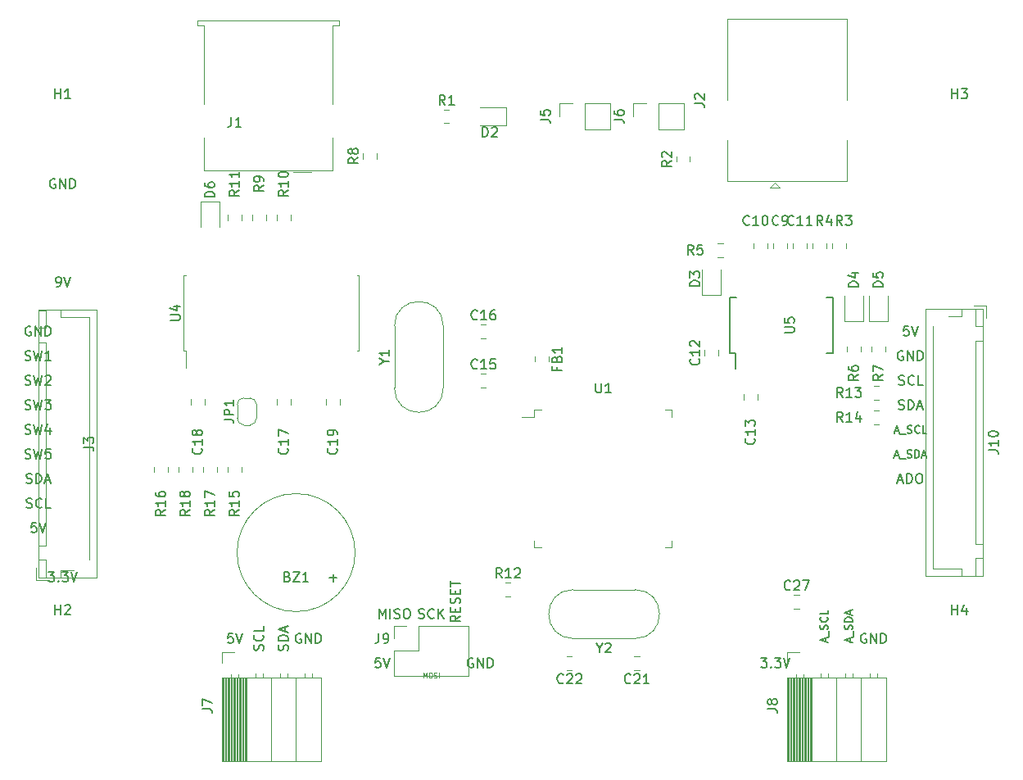
<source format=gbr>
%TF.GenerationSoftware,KiCad,Pcbnew,(5.1.6)-1*%
%TF.CreationDate,2021-07-30T14:46:14+05:30*%
%TF.ProjectId,StockPile_Final,53746f63-6b50-4696-9c65-5f46696e616c,rev?*%
%TF.SameCoordinates,Original*%
%TF.FileFunction,Legend,Top*%
%TF.FilePolarity,Positive*%
%FSLAX46Y46*%
G04 Gerber Fmt 4.6, Leading zero omitted, Abs format (unit mm)*
G04 Created by KiCad (PCBNEW (5.1.6)-1) date 2021-07-30 14:46:14*
%MOMM*%
%LPD*%
G01*
G04 APERTURE LIST*
%ADD10C,0.150000*%
%ADD11C,0.100000*%
%ADD12C,0.120000*%
G04 APERTURE END LIST*
D10*
X98298095Y-59190000D02*
X98202857Y-59142380D01*
X98060000Y-59142380D01*
X97917142Y-59190000D01*
X97821904Y-59285238D01*
X97774285Y-59380476D01*
X97726666Y-59570952D01*
X97726666Y-59713809D01*
X97774285Y-59904285D01*
X97821904Y-59999523D01*
X97917142Y-60094761D01*
X98060000Y-60142380D01*
X98155238Y-60142380D01*
X98298095Y-60094761D01*
X98345714Y-60047142D01*
X98345714Y-59713809D01*
X98155238Y-59713809D01*
X98774285Y-60142380D02*
X98774285Y-59142380D01*
X99345714Y-60142380D01*
X99345714Y-59142380D01*
X99821904Y-60142380D02*
X99821904Y-59142380D01*
X100060000Y-59142380D01*
X100202857Y-59190000D01*
X100298095Y-59285238D01*
X100345714Y-59380476D01*
X100393333Y-59570952D01*
X100393333Y-59713809D01*
X100345714Y-59904285D01*
X100298095Y-59999523D01*
X100202857Y-60094761D01*
X100060000Y-60142380D01*
X99821904Y-60142380D01*
X98440952Y-70302380D02*
X98631428Y-70302380D01*
X98726666Y-70254761D01*
X98774285Y-70207142D01*
X98869523Y-70064285D01*
X98917142Y-69873809D01*
X98917142Y-69492857D01*
X98869523Y-69397619D01*
X98821904Y-69350000D01*
X98726666Y-69302380D01*
X98536190Y-69302380D01*
X98440952Y-69350000D01*
X98393333Y-69397619D01*
X98345714Y-69492857D01*
X98345714Y-69730952D01*
X98393333Y-69826190D01*
X98440952Y-69873809D01*
X98536190Y-69921428D01*
X98726666Y-69921428D01*
X98821904Y-69873809D01*
X98869523Y-69826190D01*
X98917142Y-69730952D01*
X99202857Y-69302380D02*
X99536190Y-70302380D01*
X99869523Y-69302380D01*
X185428095Y-90336666D02*
X185904285Y-90336666D01*
X185332857Y-90622380D02*
X185666190Y-89622380D01*
X185999523Y-90622380D01*
X186332857Y-90622380D02*
X186332857Y-89622380D01*
X186570952Y-89622380D01*
X186713809Y-89670000D01*
X186809047Y-89765238D01*
X186856666Y-89860476D01*
X186904285Y-90050952D01*
X186904285Y-90193809D01*
X186856666Y-90384285D01*
X186809047Y-90479523D01*
X186713809Y-90574761D01*
X186570952Y-90622380D01*
X186332857Y-90622380D01*
X187523333Y-89622380D02*
X187713809Y-89622380D01*
X187809047Y-89670000D01*
X187904285Y-89765238D01*
X187951904Y-89955714D01*
X187951904Y-90289047D01*
X187904285Y-90479523D01*
X187809047Y-90574761D01*
X187713809Y-90622380D01*
X187523333Y-90622380D01*
X187428095Y-90574761D01*
X187332857Y-90479523D01*
X187285238Y-90289047D01*
X187285238Y-89955714D01*
X187332857Y-89765238D01*
X187428095Y-89670000D01*
X187523333Y-89622380D01*
X185070952Y-87763333D02*
X185451904Y-87763333D01*
X184994761Y-87991904D02*
X185261428Y-87191904D01*
X185528095Y-87991904D01*
X185604285Y-88068095D02*
X186213809Y-88068095D01*
X186366190Y-87953809D02*
X186480476Y-87991904D01*
X186670952Y-87991904D01*
X186747142Y-87953809D01*
X186785238Y-87915714D01*
X186823333Y-87839523D01*
X186823333Y-87763333D01*
X186785238Y-87687142D01*
X186747142Y-87649047D01*
X186670952Y-87610952D01*
X186518571Y-87572857D01*
X186442380Y-87534761D01*
X186404285Y-87496666D01*
X186366190Y-87420476D01*
X186366190Y-87344285D01*
X186404285Y-87268095D01*
X186442380Y-87230000D01*
X186518571Y-87191904D01*
X186709047Y-87191904D01*
X186823333Y-87230000D01*
X187166190Y-87991904D02*
X187166190Y-87191904D01*
X187356666Y-87191904D01*
X187470952Y-87230000D01*
X187547142Y-87306190D01*
X187585238Y-87382380D01*
X187623333Y-87534761D01*
X187623333Y-87649047D01*
X187585238Y-87801428D01*
X187547142Y-87877619D01*
X187470952Y-87953809D01*
X187356666Y-87991904D01*
X187166190Y-87991904D01*
X187928095Y-87763333D02*
X188309047Y-87763333D01*
X187851904Y-87991904D02*
X188118571Y-87191904D01*
X188385238Y-87991904D01*
X185090000Y-85223333D02*
X185470952Y-85223333D01*
X185013809Y-85451904D02*
X185280476Y-84651904D01*
X185547142Y-85451904D01*
X185623333Y-85528095D02*
X186232857Y-85528095D01*
X186385238Y-85413809D02*
X186499523Y-85451904D01*
X186690000Y-85451904D01*
X186766190Y-85413809D01*
X186804285Y-85375714D01*
X186842380Y-85299523D01*
X186842380Y-85223333D01*
X186804285Y-85147142D01*
X186766190Y-85109047D01*
X186690000Y-85070952D01*
X186537619Y-85032857D01*
X186461428Y-84994761D01*
X186423333Y-84956666D01*
X186385238Y-84880476D01*
X186385238Y-84804285D01*
X186423333Y-84728095D01*
X186461428Y-84690000D01*
X186537619Y-84651904D01*
X186728095Y-84651904D01*
X186842380Y-84690000D01*
X187642380Y-85375714D02*
X187604285Y-85413809D01*
X187490000Y-85451904D01*
X187413809Y-85451904D01*
X187299523Y-85413809D01*
X187223333Y-85337619D01*
X187185238Y-85261428D01*
X187147142Y-85109047D01*
X187147142Y-84994761D01*
X187185238Y-84842380D01*
X187223333Y-84766190D01*
X187299523Y-84690000D01*
X187413809Y-84651904D01*
X187490000Y-84651904D01*
X187604285Y-84690000D01*
X187642380Y-84728095D01*
X188366190Y-85451904D02*
X187985238Y-85451904D01*
X187985238Y-84651904D01*
X185475714Y-82954761D02*
X185618571Y-83002380D01*
X185856666Y-83002380D01*
X185951904Y-82954761D01*
X185999523Y-82907142D01*
X186047142Y-82811904D01*
X186047142Y-82716666D01*
X185999523Y-82621428D01*
X185951904Y-82573809D01*
X185856666Y-82526190D01*
X185666190Y-82478571D01*
X185570952Y-82430952D01*
X185523333Y-82383333D01*
X185475714Y-82288095D01*
X185475714Y-82192857D01*
X185523333Y-82097619D01*
X185570952Y-82050000D01*
X185666190Y-82002380D01*
X185904285Y-82002380D01*
X186047142Y-82050000D01*
X186475714Y-83002380D02*
X186475714Y-82002380D01*
X186713809Y-82002380D01*
X186856666Y-82050000D01*
X186951904Y-82145238D01*
X186999523Y-82240476D01*
X187047142Y-82430952D01*
X187047142Y-82573809D01*
X186999523Y-82764285D01*
X186951904Y-82859523D01*
X186856666Y-82954761D01*
X186713809Y-83002380D01*
X186475714Y-83002380D01*
X187428095Y-82716666D02*
X187904285Y-82716666D01*
X187332857Y-83002380D02*
X187666190Y-82002380D01*
X187999523Y-83002380D01*
X185499523Y-80414761D02*
X185642380Y-80462380D01*
X185880476Y-80462380D01*
X185975714Y-80414761D01*
X186023333Y-80367142D01*
X186070952Y-80271904D01*
X186070952Y-80176666D01*
X186023333Y-80081428D01*
X185975714Y-80033809D01*
X185880476Y-79986190D01*
X185690000Y-79938571D01*
X185594761Y-79890952D01*
X185547142Y-79843333D01*
X185499523Y-79748095D01*
X185499523Y-79652857D01*
X185547142Y-79557619D01*
X185594761Y-79510000D01*
X185690000Y-79462380D01*
X185928095Y-79462380D01*
X186070952Y-79510000D01*
X187070952Y-80367142D02*
X187023333Y-80414761D01*
X186880476Y-80462380D01*
X186785238Y-80462380D01*
X186642380Y-80414761D01*
X186547142Y-80319523D01*
X186499523Y-80224285D01*
X186451904Y-80033809D01*
X186451904Y-79890952D01*
X186499523Y-79700476D01*
X186547142Y-79605238D01*
X186642380Y-79510000D01*
X186785238Y-79462380D01*
X186880476Y-79462380D01*
X187023333Y-79510000D01*
X187070952Y-79557619D01*
X187975714Y-80462380D02*
X187499523Y-80462380D01*
X187499523Y-79462380D01*
X185928095Y-76970000D02*
X185832857Y-76922380D01*
X185690000Y-76922380D01*
X185547142Y-76970000D01*
X185451904Y-77065238D01*
X185404285Y-77160476D01*
X185356666Y-77350952D01*
X185356666Y-77493809D01*
X185404285Y-77684285D01*
X185451904Y-77779523D01*
X185547142Y-77874761D01*
X185690000Y-77922380D01*
X185785238Y-77922380D01*
X185928095Y-77874761D01*
X185975714Y-77827142D01*
X185975714Y-77493809D01*
X185785238Y-77493809D01*
X186404285Y-77922380D02*
X186404285Y-76922380D01*
X186975714Y-77922380D01*
X186975714Y-76922380D01*
X187451904Y-77922380D02*
X187451904Y-76922380D01*
X187690000Y-76922380D01*
X187832857Y-76970000D01*
X187928095Y-77065238D01*
X187975714Y-77160476D01*
X188023333Y-77350952D01*
X188023333Y-77493809D01*
X187975714Y-77684285D01*
X187928095Y-77779523D01*
X187832857Y-77874761D01*
X187690000Y-77922380D01*
X187451904Y-77922380D01*
X186499523Y-74382380D02*
X186023333Y-74382380D01*
X185975714Y-74858571D01*
X186023333Y-74810952D01*
X186118571Y-74763333D01*
X186356666Y-74763333D01*
X186451904Y-74810952D01*
X186499523Y-74858571D01*
X186547142Y-74953809D01*
X186547142Y-75191904D01*
X186499523Y-75287142D01*
X186451904Y-75334761D01*
X186356666Y-75382380D01*
X186118571Y-75382380D01*
X186023333Y-75334761D01*
X185975714Y-75287142D01*
X186832857Y-74382380D02*
X187166190Y-75382380D01*
X187499523Y-74382380D01*
X182118095Y-106180000D02*
X182022857Y-106132380D01*
X181880000Y-106132380D01*
X181737142Y-106180000D01*
X181641904Y-106275238D01*
X181594285Y-106370476D01*
X181546666Y-106560952D01*
X181546666Y-106703809D01*
X181594285Y-106894285D01*
X181641904Y-106989523D01*
X181737142Y-107084761D01*
X181880000Y-107132380D01*
X181975238Y-107132380D01*
X182118095Y-107084761D01*
X182165714Y-107037142D01*
X182165714Y-106703809D01*
X181975238Y-106703809D01*
X182594285Y-107132380D02*
X182594285Y-106132380D01*
X183165714Y-107132380D01*
X183165714Y-106132380D01*
X183641904Y-107132380D02*
X183641904Y-106132380D01*
X183880000Y-106132380D01*
X184022857Y-106180000D01*
X184118095Y-106275238D01*
X184165714Y-106370476D01*
X184213333Y-106560952D01*
X184213333Y-106703809D01*
X184165714Y-106894285D01*
X184118095Y-106989523D01*
X184022857Y-107084761D01*
X183880000Y-107132380D01*
X183641904Y-107132380D01*
X180473333Y-107029047D02*
X180473333Y-106648095D01*
X180701904Y-107105238D02*
X179901904Y-106838571D01*
X180701904Y-106571904D01*
X180778095Y-106495714D02*
X180778095Y-105886190D01*
X180663809Y-105733809D02*
X180701904Y-105619523D01*
X180701904Y-105429047D01*
X180663809Y-105352857D01*
X180625714Y-105314761D01*
X180549523Y-105276666D01*
X180473333Y-105276666D01*
X180397142Y-105314761D01*
X180359047Y-105352857D01*
X180320952Y-105429047D01*
X180282857Y-105581428D01*
X180244761Y-105657619D01*
X180206666Y-105695714D01*
X180130476Y-105733809D01*
X180054285Y-105733809D01*
X179978095Y-105695714D01*
X179940000Y-105657619D01*
X179901904Y-105581428D01*
X179901904Y-105390952D01*
X179940000Y-105276666D01*
X180701904Y-104933809D02*
X179901904Y-104933809D01*
X179901904Y-104743333D01*
X179940000Y-104629047D01*
X180016190Y-104552857D01*
X180092380Y-104514761D01*
X180244761Y-104476666D01*
X180359047Y-104476666D01*
X180511428Y-104514761D01*
X180587619Y-104552857D01*
X180663809Y-104629047D01*
X180701904Y-104743333D01*
X180701904Y-104933809D01*
X180473333Y-104171904D02*
X180473333Y-103790952D01*
X180701904Y-104248095D02*
X179901904Y-103981428D01*
X180701904Y-103714761D01*
X177933333Y-107010000D02*
X177933333Y-106629047D01*
X178161904Y-107086190D02*
X177361904Y-106819523D01*
X178161904Y-106552857D01*
X178238095Y-106476666D02*
X178238095Y-105867142D01*
X178123809Y-105714761D02*
X178161904Y-105600476D01*
X178161904Y-105410000D01*
X178123809Y-105333809D01*
X178085714Y-105295714D01*
X178009523Y-105257619D01*
X177933333Y-105257619D01*
X177857142Y-105295714D01*
X177819047Y-105333809D01*
X177780952Y-105410000D01*
X177742857Y-105562380D01*
X177704761Y-105638571D01*
X177666666Y-105676666D01*
X177590476Y-105714761D01*
X177514285Y-105714761D01*
X177438095Y-105676666D01*
X177400000Y-105638571D01*
X177361904Y-105562380D01*
X177361904Y-105371904D01*
X177400000Y-105257619D01*
X178085714Y-104457619D02*
X178123809Y-104495714D01*
X178161904Y-104610000D01*
X178161904Y-104686190D01*
X178123809Y-104800476D01*
X178047619Y-104876666D01*
X177971428Y-104914761D01*
X177819047Y-104952857D01*
X177704761Y-104952857D01*
X177552380Y-104914761D01*
X177476190Y-104876666D01*
X177400000Y-104800476D01*
X177361904Y-104686190D01*
X177361904Y-104610000D01*
X177400000Y-104495714D01*
X177438095Y-104457619D01*
X178161904Y-103733809D02*
X178161904Y-104114761D01*
X177361904Y-104114761D01*
X171243809Y-108672380D02*
X171862857Y-108672380D01*
X171529523Y-109053333D01*
X171672380Y-109053333D01*
X171767619Y-109100952D01*
X171815238Y-109148571D01*
X171862857Y-109243809D01*
X171862857Y-109481904D01*
X171815238Y-109577142D01*
X171767619Y-109624761D01*
X171672380Y-109672380D01*
X171386666Y-109672380D01*
X171291428Y-109624761D01*
X171243809Y-109577142D01*
X172291428Y-109577142D02*
X172339047Y-109624761D01*
X172291428Y-109672380D01*
X172243809Y-109624761D01*
X172291428Y-109577142D01*
X172291428Y-109672380D01*
X172672380Y-108672380D02*
X173291428Y-108672380D01*
X172958095Y-109053333D01*
X173100952Y-109053333D01*
X173196190Y-109100952D01*
X173243809Y-109148571D01*
X173291428Y-109243809D01*
X173291428Y-109481904D01*
X173243809Y-109577142D01*
X173196190Y-109624761D01*
X173100952Y-109672380D01*
X172815238Y-109672380D01*
X172720000Y-109624761D01*
X172672380Y-109577142D01*
X173577142Y-108672380D02*
X173910476Y-109672380D01*
X174243809Y-108672380D01*
X140152380Y-104322380D02*
X139676190Y-104655714D01*
X140152380Y-104893809D02*
X139152380Y-104893809D01*
X139152380Y-104512857D01*
X139200000Y-104417619D01*
X139247619Y-104370000D01*
X139342857Y-104322380D01*
X139485714Y-104322380D01*
X139580952Y-104370000D01*
X139628571Y-104417619D01*
X139676190Y-104512857D01*
X139676190Y-104893809D01*
X139628571Y-103893809D02*
X139628571Y-103560476D01*
X140152380Y-103417619D02*
X140152380Y-103893809D01*
X139152380Y-103893809D01*
X139152380Y-103417619D01*
X140104761Y-103036666D02*
X140152380Y-102893809D01*
X140152380Y-102655714D01*
X140104761Y-102560476D01*
X140057142Y-102512857D01*
X139961904Y-102465238D01*
X139866666Y-102465238D01*
X139771428Y-102512857D01*
X139723809Y-102560476D01*
X139676190Y-102655714D01*
X139628571Y-102846190D01*
X139580952Y-102941428D01*
X139533333Y-102989047D01*
X139438095Y-103036666D01*
X139342857Y-103036666D01*
X139247619Y-102989047D01*
X139200000Y-102941428D01*
X139152380Y-102846190D01*
X139152380Y-102608095D01*
X139200000Y-102465238D01*
X139628571Y-102036666D02*
X139628571Y-101703333D01*
X140152380Y-101560476D02*
X140152380Y-102036666D01*
X139152380Y-102036666D01*
X139152380Y-101560476D01*
X139152380Y-101274761D02*
X139152380Y-100703333D01*
X140152380Y-100989047D02*
X139152380Y-100989047D01*
X135874285Y-104544761D02*
X136017142Y-104592380D01*
X136255238Y-104592380D01*
X136350476Y-104544761D01*
X136398095Y-104497142D01*
X136445714Y-104401904D01*
X136445714Y-104306666D01*
X136398095Y-104211428D01*
X136350476Y-104163809D01*
X136255238Y-104116190D01*
X136064761Y-104068571D01*
X135969523Y-104020952D01*
X135921904Y-103973333D01*
X135874285Y-103878095D01*
X135874285Y-103782857D01*
X135921904Y-103687619D01*
X135969523Y-103640000D01*
X136064761Y-103592380D01*
X136302857Y-103592380D01*
X136445714Y-103640000D01*
X137445714Y-104497142D02*
X137398095Y-104544761D01*
X137255238Y-104592380D01*
X137160000Y-104592380D01*
X137017142Y-104544761D01*
X136921904Y-104449523D01*
X136874285Y-104354285D01*
X136826666Y-104163809D01*
X136826666Y-104020952D01*
X136874285Y-103830476D01*
X136921904Y-103735238D01*
X137017142Y-103640000D01*
X137160000Y-103592380D01*
X137255238Y-103592380D01*
X137398095Y-103640000D01*
X137445714Y-103687619D01*
X137874285Y-104592380D02*
X137874285Y-103592380D01*
X138445714Y-104592380D02*
X138017142Y-104020952D01*
X138445714Y-103592380D02*
X137874285Y-104163809D01*
D11*
X136374285Y-110716190D02*
X136374285Y-110216190D01*
X136540952Y-110573333D01*
X136707619Y-110216190D01*
X136707619Y-110716190D01*
X137040952Y-110216190D02*
X137136190Y-110216190D01*
X137183809Y-110240000D01*
X137231428Y-110287619D01*
X137255238Y-110382857D01*
X137255238Y-110549523D01*
X137231428Y-110644761D01*
X137183809Y-110692380D01*
X137136190Y-110716190D01*
X137040952Y-110716190D01*
X136993333Y-110692380D01*
X136945714Y-110644761D01*
X136921904Y-110549523D01*
X136921904Y-110382857D01*
X136945714Y-110287619D01*
X136993333Y-110240000D01*
X137040952Y-110216190D01*
X137445714Y-110692380D02*
X137517142Y-110716190D01*
X137636190Y-110716190D01*
X137683809Y-110692380D01*
X137707619Y-110668571D01*
X137731428Y-110620952D01*
X137731428Y-110573333D01*
X137707619Y-110525714D01*
X137683809Y-110501904D01*
X137636190Y-110478095D01*
X137540952Y-110454285D01*
X137493333Y-110430476D01*
X137469523Y-110406666D01*
X137445714Y-110359047D01*
X137445714Y-110311428D01*
X137469523Y-110263809D01*
X137493333Y-110240000D01*
X137540952Y-110216190D01*
X137660000Y-110216190D01*
X137731428Y-110240000D01*
X137945714Y-110716190D02*
X137945714Y-110216190D01*
D10*
X141478095Y-108720000D02*
X141382857Y-108672380D01*
X141240000Y-108672380D01*
X141097142Y-108720000D01*
X141001904Y-108815238D01*
X140954285Y-108910476D01*
X140906666Y-109100952D01*
X140906666Y-109243809D01*
X140954285Y-109434285D01*
X141001904Y-109529523D01*
X141097142Y-109624761D01*
X141240000Y-109672380D01*
X141335238Y-109672380D01*
X141478095Y-109624761D01*
X141525714Y-109577142D01*
X141525714Y-109243809D01*
X141335238Y-109243809D01*
X141954285Y-109672380D02*
X141954285Y-108672380D01*
X142525714Y-109672380D01*
X142525714Y-108672380D01*
X143001904Y-109672380D02*
X143001904Y-108672380D01*
X143240000Y-108672380D01*
X143382857Y-108720000D01*
X143478095Y-108815238D01*
X143525714Y-108910476D01*
X143573333Y-109100952D01*
X143573333Y-109243809D01*
X143525714Y-109434285D01*
X143478095Y-109529523D01*
X143382857Y-109624761D01*
X143240000Y-109672380D01*
X143001904Y-109672380D01*
X131889523Y-108672380D02*
X131413333Y-108672380D01*
X131365714Y-109148571D01*
X131413333Y-109100952D01*
X131508571Y-109053333D01*
X131746666Y-109053333D01*
X131841904Y-109100952D01*
X131889523Y-109148571D01*
X131937142Y-109243809D01*
X131937142Y-109481904D01*
X131889523Y-109577142D01*
X131841904Y-109624761D01*
X131746666Y-109672380D01*
X131508571Y-109672380D01*
X131413333Y-109624761D01*
X131365714Y-109577142D01*
X132222857Y-108672380D02*
X132556190Y-109672380D01*
X132889523Y-108672380D01*
X131778571Y-104592380D02*
X131778571Y-103592380D01*
X132111904Y-104306666D01*
X132445238Y-103592380D01*
X132445238Y-104592380D01*
X132921428Y-104592380D02*
X132921428Y-103592380D01*
X133350000Y-104544761D02*
X133492857Y-104592380D01*
X133730952Y-104592380D01*
X133826190Y-104544761D01*
X133873809Y-104497142D01*
X133921428Y-104401904D01*
X133921428Y-104306666D01*
X133873809Y-104211428D01*
X133826190Y-104163809D01*
X133730952Y-104116190D01*
X133540476Y-104068571D01*
X133445238Y-104020952D01*
X133397619Y-103973333D01*
X133350000Y-103878095D01*
X133350000Y-103782857D01*
X133397619Y-103687619D01*
X133445238Y-103640000D01*
X133540476Y-103592380D01*
X133778571Y-103592380D01*
X133921428Y-103640000D01*
X134540476Y-103592380D02*
X134730952Y-103592380D01*
X134826190Y-103640000D01*
X134921428Y-103735238D01*
X134969047Y-103925714D01*
X134969047Y-104259047D01*
X134921428Y-104449523D01*
X134826190Y-104544761D01*
X134730952Y-104592380D01*
X134540476Y-104592380D01*
X134445238Y-104544761D01*
X134350000Y-104449523D01*
X134302380Y-104259047D01*
X134302380Y-103925714D01*
X134350000Y-103735238D01*
X134445238Y-103640000D01*
X134540476Y-103592380D01*
X123698095Y-106180000D02*
X123602857Y-106132380D01*
X123460000Y-106132380D01*
X123317142Y-106180000D01*
X123221904Y-106275238D01*
X123174285Y-106370476D01*
X123126666Y-106560952D01*
X123126666Y-106703809D01*
X123174285Y-106894285D01*
X123221904Y-106989523D01*
X123317142Y-107084761D01*
X123460000Y-107132380D01*
X123555238Y-107132380D01*
X123698095Y-107084761D01*
X123745714Y-107037142D01*
X123745714Y-106703809D01*
X123555238Y-106703809D01*
X124174285Y-107132380D02*
X124174285Y-106132380D01*
X124745714Y-107132380D01*
X124745714Y-106132380D01*
X125221904Y-107132380D02*
X125221904Y-106132380D01*
X125460000Y-106132380D01*
X125602857Y-106180000D01*
X125698095Y-106275238D01*
X125745714Y-106370476D01*
X125793333Y-106560952D01*
X125793333Y-106703809D01*
X125745714Y-106894285D01*
X125698095Y-106989523D01*
X125602857Y-107084761D01*
X125460000Y-107132380D01*
X125221904Y-107132380D01*
X122324761Y-107894285D02*
X122372380Y-107751428D01*
X122372380Y-107513333D01*
X122324761Y-107418095D01*
X122277142Y-107370476D01*
X122181904Y-107322857D01*
X122086666Y-107322857D01*
X121991428Y-107370476D01*
X121943809Y-107418095D01*
X121896190Y-107513333D01*
X121848571Y-107703809D01*
X121800952Y-107799047D01*
X121753333Y-107846666D01*
X121658095Y-107894285D01*
X121562857Y-107894285D01*
X121467619Y-107846666D01*
X121420000Y-107799047D01*
X121372380Y-107703809D01*
X121372380Y-107465714D01*
X121420000Y-107322857D01*
X122372380Y-106894285D02*
X121372380Y-106894285D01*
X121372380Y-106656190D01*
X121420000Y-106513333D01*
X121515238Y-106418095D01*
X121610476Y-106370476D01*
X121800952Y-106322857D01*
X121943809Y-106322857D01*
X122134285Y-106370476D01*
X122229523Y-106418095D01*
X122324761Y-106513333D01*
X122372380Y-106656190D01*
X122372380Y-106894285D01*
X122086666Y-105941904D02*
X122086666Y-105465714D01*
X122372380Y-106037142D02*
X121372380Y-105703809D01*
X122372380Y-105370476D01*
X119784761Y-107870476D02*
X119832380Y-107727619D01*
X119832380Y-107489523D01*
X119784761Y-107394285D01*
X119737142Y-107346666D01*
X119641904Y-107299047D01*
X119546666Y-107299047D01*
X119451428Y-107346666D01*
X119403809Y-107394285D01*
X119356190Y-107489523D01*
X119308571Y-107680000D01*
X119260952Y-107775238D01*
X119213333Y-107822857D01*
X119118095Y-107870476D01*
X119022857Y-107870476D01*
X118927619Y-107822857D01*
X118880000Y-107775238D01*
X118832380Y-107680000D01*
X118832380Y-107441904D01*
X118880000Y-107299047D01*
X119737142Y-106299047D02*
X119784761Y-106346666D01*
X119832380Y-106489523D01*
X119832380Y-106584761D01*
X119784761Y-106727619D01*
X119689523Y-106822857D01*
X119594285Y-106870476D01*
X119403809Y-106918095D01*
X119260952Y-106918095D01*
X119070476Y-106870476D01*
X118975238Y-106822857D01*
X118880000Y-106727619D01*
X118832380Y-106584761D01*
X118832380Y-106489523D01*
X118880000Y-106346666D01*
X118927619Y-106299047D01*
X119832380Y-105394285D02*
X119832380Y-105870476D01*
X118832380Y-105870476D01*
X116649523Y-106132380D02*
X116173333Y-106132380D01*
X116125714Y-106608571D01*
X116173333Y-106560952D01*
X116268571Y-106513333D01*
X116506666Y-106513333D01*
X116601904Y-106560952D01*
X116649523Y-106608571D01*
X116697142Y-106703809D01*
X116697142Y-106941904D01*
X116649523Y-107037142D01*
X116601904Y-107084761D01*
X116506666Y-107132380D01*
X116268571Y-107132380D01*
X116173333Y-107084761D01*
X116125714Y-107037142D01*
X116982857Y-106132380D02*
X117316190Y-107132380D01*
X117649523Y-106132380D01*
X97583809Y-99782380D02*
X98202857Y-99782380D01*
X97869523Y-100163333D01*
X98012380Y-100163333D01*
X98107619Y-100210952D01*
X98155238Y-100258571D01*
X98202857Y-100353809D01*
X98202857Y-100591904D01*
X98155238Y-100687142D01*
X98107619Y-100734761D01*
X98012380Y-100782380D01*
X97726666Y-100782380D01*
X97631428Y-100734761D01*
X97583809Y-100687142D01*
X98631428Y-100687142D02*
X98679047Y-100734761D01*
X98631428Y-100782380D01*
X98583809Y-100734761D01*
X98631428Y-100687142D01*
X98631428Y-100782380D01*
X99012380Y-99782380D02*
X99631428Y-99782380D01*
X99298095Y-100163333D01*
X99440952Y-100163333D01*
X99536190Y-100210952D01*
X99583809Y-100258571D01*
X99631428Y-100353809D01*
X99631428Y-100591904D01*
X99583809Y-100687142D01*
X99536190Y-100734761D01*
X99440952Y-100782380D01*
X99155238Y-100782380D01*
X99060000Y-100734761D01*
X99012380Y-100687142D01*
X99917142Y-99782380D02*
X100250476Y-100782380D01*
X100583809Y-99782380D01*
X96329523Y-94702380D02*
X95853333Y-94702380D01*
X95805714Y-95178571D01*
X95853333Y-95130952D01*
X95948571Y-95083333D01*
X96186666Y-95083333D01*
X96281904Y-95130952D01*
X96329523Y-95178571D01*
X96377142Y-95273809D01*
X96377142Y-95511904D01*
X96329523Y-95607142D01*
X96281904Y-95654761D01*
X96186666Y-95702380D01*
X95948571Y-95702380D01*
X95853333Y-95654761D01*
X95805714Y-95607142D01*
X96662857Y-94702380D02*
X96996190Y-95702380D01*
X97329523Y-94702380D01*
X95329523Y-93114761D02*
X95472380Y-93162380D01*
X95710476Y-93162380D01*
X95805714Y-93114761D01*
X95853333Y-93067142D01*
X95900952Y-92971904D01*
X95900952Y-92876666D01*
X95853333Y-92781428D01*
X95805714Y-92733809D01*
X95710476Y-92686190D01*
X95520000Y-92638571D01*
X95424761Y-92590952D01*
X95377142Y-92543333D01*
X95329523Y-92448095D01*
X95329523Y-92352857D01*
X95377142Y-92257619D01*
X95424761Y-92210000D01*
X95520000Y-92162380D01*
X95758095Y-92162380D01*
X95900952Y-92210000D01*
X96900952Y-93067142D02*
X96853333Y-93114761D01*
X96710476Y-93162380D01*
X96615238Y-93162380D01*
X96472380Y-93114761D01*
X96377142Y-93019523D01*
X96329523Y-92924285D01*
X96281904Y-92733809D01*
X96281904Y-92590952D01*
X96329523Y-92400476D01*
X96377142Y-92305238D01*
X96472380Y-92210000D01*
X96615238Y-92162380D01*
X96710476Y-92162380D01*
X96853333Y-92210000D01*
X96900952Y-92257619D01*
X97805714Y-93162380D02*
X97329523Y-93162380D01*
X97329523Y-92162380D01*
X95305714Y-90574761D02*
X95448571Y-90622380D01*
X95686666Y-90622380D01*
X95781904Y-90574761D01*
X95829523Y-90527142D01*
X95877142Y-90431904D01*
X95877142Y-90336666D01*
X95829523Y-90241428D01*
X95781904Y-90193809D01*
X95686666Y-90146190D01*
X95496190Y-90098571D01*
X95400952Y-90050952D01*
X95353333Y-90003333D01*
X95305714Y-89908095D01*
X95305714Y-89812857D01*
X95353333Y-89717619D01*
X95400952Y-89670000D01*
X95496190Y-89622380D01*
X95734285Y-89622380D01*
X95877142Y-89670000D01*
X96305714Y-90622380D02*
X96305714Y-89622380D01*
X96543809Y-89622380D01*
X96686666Y-89670000D01*
X96781904Y-89765238D01*
X96829523Y-89860476D01*
X96877142Y-90050952D01*
X96877142Y-90193809D01*
X96829523Y-90384285D01*
X96781904Y-90479523D01*
X96686666Y-90574761D01*
X96543809Y-90622380D01*
X96305714Y-90622380D01*
X97258095Y-90336666D02*
X97734285Y-90336666D01*
X97162857Y-90622380D02*
X97496190Y-89622380D01*
X97829523Y-90622380D01*
X95186666Y-88034761D02*
X95329523Y-88082380D01*
X95567619Y-88082380D01*
X95662857Y-88034761D01*
X95710476Y-87987142D01*
X95758095Y-87891904D01*
X95758095Y-87796666D01*
X95710476Y-87701428D01*
X95662857Y-87653809D01*
X95567619Y-87606190D01*
X95377142Y-87558571D01*
X95281904Y-87510952D01*
X95234285Y-87463333D01*
X95186666Y-87368095D01*
X95186666Y-87272857D01*
X95234285Y-87177619D01*
X95281904Y-87130000D01*
X95377142Y-87082380D01*
X95615238Y-87082380D01*
X95758095Y-87130000D01*
X96091428Y-87082380D02*
X96329523Y-88082380D01*
X96520000Y-87368095D01*
X96710476Y-88082380D01*
X96948571Y-87082380D01*
X97805714Y-87082380D02*
X97329523Y-87082380D01*
X97281904Y-87558571D01*
X97329523Y-87510952D01*
X97424761Y-87463333D01*
X97662857Y-87463333D01*
X97758095Y-87510952D01*
X97805714Y-87558571D01*
X97853333Y-87653809D01*
X97853333Y-87891904D01*
X97805714Y-87987142D01*
X97758095Y-88034761D01*
X97662857Y-88082380D01*
X97424761Y-88082380D01*
X97329523Y-88034761D01*
X97281904Y-87987142D01*
X95186666Y-85494761D02*
X95329523Y-85542380D01*
X95567619Y-85542380D01*
X95662857Y-85494761D01*
X95710476Y-85447142D01*
X95758095Y-85351904D01*
X95758095Y-85256666D01*
X95710476Y-85161428D01*
X95662857Y-85113809D01*
X95567619Y-85066190D01*
X95377142Y-85018571D01*
X95281904Y-84970952D01*
X95234285Y-84923333D01*
X95186666Y-84828095D01*
X95186666Y-84732857D01*
X95234285Y-84637619D01*
X95281904Y-84590000D01*
X95377142Y-84542380D01*
X95615238Y-84542380D01*
X95758095Y-84590000D01*
X96091428Y-84542380D02*
X96329523Y-85542380D01*
X96520000Y-84828095D01*
X96710476Y-85542380D01*
X96948571Y-84542380D01*
X97758095Y-84875714D02*
X97758095Y-85542380D01*
X97520000Y-84494761D02*
X97281904Y-85209047D01*
X97900952Y-85209047D01*
X95186666Y-82954761D02*
X95329523Y-83002380D01*
X95567619Y-83002380D01*
X95662857Y-82954761D01*
X95710476Y-82907142D01*
X95758095Y-82811904D01*
X95758095Y-82716666D01*
X95710476Y-82621428D01*
X95662857Y-82573809D01*
X95567619Y-82526190D01*
X95377142Y-82478571D01*
X95281904Y-82430952D01*
X95234285Y-82383333D01*
X95186666Y-82288095D01*
X95186666Y-82192857D01*
X95234285Y-82097619D01*
X95281904Y-82050000D01*
X95377142Y-82002380D01*
X95615238Y-82002380D01*
X95758095Y-82050000D01*
X96091428Y-82002380D02*
X96329523Y-83002380D01*
X96520000Y-82288095D01*
X96710476Y-83002380D01*
X96948571Y-82002380D01*
X97234285Y-82002380D02*
X97853333Y-82002380D01*
X97520000Y-82383333D01*
X97662857Y-82383333D01*
X97758095Y-82430952D01*
X97805714Y-82478571D01*
X97853333Y-82573809D01*
X97853333Y-82811904D01*
X97805714Y-82907142D01*
X97758095Y-82954761D01*
X97662857Y-83002380D01*
X97377142Y-83002380D01*
X97281904Y-82954761D01*
X97234285Y-82907142D01*
X95186666Y-80414761D02*
X95329523Y-80462380D01*
X95567619Y-80462380D01*
X95662857Y-80414761D01*
X95710476Y-80367142D01*
X95758095Y-80271904D01*
X95758095Y-80176666D01*
X95710476Y-80081428D01*
X95662857Y-80033809D01*
X95567619Y-79986190D01*
X95377142Y-79938571D01*
X95281904Y-79890952D01*
X95234285Y-79843333D01*
X95186666Y-79748095D01*
X95186666Y-79652857D01*
X95234285Y-79557619D01*
X95281904Y-79510000D01*
X95377142Y-79462380D01*
X95615238Y-79462380D01*
X95758095Y-79510000D01*
X96091428Y-79462380D02*
X96329523Y-80462380D01*
X96520000Y-79748095D01*
X96710476Y-80462380D01*
X96948571Y-79462380D01*
X97281904Y-79557619D02*
X97329523Y-79510000D01*
X97424761Y-79462380D01*
X97662857Y-79462380D01*
X97758095Y-79510000D01*
X97805714Y-79557619D01*
X97853333Y-79652857D01*
X97853333Y-79748095D01*
X97805714Y-79890952D01*
X97234285Y-80462380D01*
X97853333Y-80462380D01*
X95186666Y-77874761D02*
X95329523Y-77922380D01*
X95567619Y-77922380D01*
X95662857Y-77874761D01*
X95710476Y-77827142D01*
X95758095Y-77731904D01*
X95758095Y-77636666D01*
X95710476Y-77541428D01*
X95662857Y-77493809D01*
X95567619Y-77446190D01*
X95377142Y-77398571D01*
X95281904Y-77350952D01*
X95234285Y-77303333D01*
X95186666Y-77208095D01*
X95186666Y-77112857D01*
X95234285Y-77017619D01*
X95281904Y-76970000D01*
X95377142Y-76922380D01*
X95615238Y-76922380D01*
X95758095Y-76970000D01*
X96091428Y-76922380D02*
X96329523Y-77922380D01*
X96520000Y-77208095D01*
X96710476Y-77922380D01*
X96948571Y-76922380D01*
X97853333Y-77922380D02*
X97281904Y-77922380D01*
X97567619Y-77922380D02*
X97567619Y-76922380D01*
X97472380Y-77065238D01*
X97377142Y-77160476D01*
X97281904Y-77208095D01*
X95758095Y-74430000D02*
X95662857Y-74382380D01*
X95520000Y-74382380D01*
X95377142Y-74430000D01*
X95281904Y-74525238D01*
X95234285Y-74620476D01*
X95186666Y-74810952D01*
X95186666Y-74953809D01*
X95234285Y-75144285D01*
X95281904Y-75239523D01*
X95377142Y-75334761D01*
X95520000Y-75382380D01*
X95615238Y-75382380D01*
X95758095Y-75334761D01*
X95805714Y-75287142D01*
X95805714Y-74953809D01*
X95615238Y-74953809D01*
X96234285Y-75382380D02*
X96234285Y-74382380D01*
X96805714Y-75382380D01*
X96805714Y-74382380D01*
X97281904Y-75382380D02*
X97281904Y-74382380D01*
X97520000Y-74382380D01*
X97662857Y-74430000D01*
X97758095Y-74525238D01*
X97805714Y-74620476D01*
X97853333Y-74810952D01*
X97853333Y-74953809D01*
X97805714Y-75144285D01*
X97758095Y-75239523D01*
X97662857Y-75334761D01*
X97520000Y-75382380D01*
X97281904Y-75382380D01*
D12*
%TO.C,J3*%
X96600000Y-100350000D02*
X102570000Y-100350000D01*
X102570000Y-100350000D02*
X102570000Y-72730000D01*
X102570000Y-72730000D02*
X96600000Y-72730000D01*
X96600000Y-72730000D02*
X96600000Y-100350000D01*
X96610000Y-97040000D02*
X97360000Y-97040000D01*
X97360000Y-97040000D02*
X97360000Y-76040000D01*
X97360000Y-76040000D02*
X96610000Y-76040000D01*
X96610000Y-76040000D02*
X96610000Y-97040000D01*
X96610000Y-100340000D02*
X97360000Y-100340000D01*
X97360000Y-100340000D02*
X97360000Y-98540000D01*
X97360000Y-98540000D02*
X96610000Y-98540000D01*
X96610000Y-98540000D02*
X96610000Y-100340000D01*
X96610000Y-74540000D02*
X97360000Y-74540000D01*
X97360000Y-74540000D02*
X97360000Y-72740000D01*
X97360000Y-72740000D02*
X96610000Y-72740000D01*
X96610000Y-72740000D02*
X96610000Y-74540000D01*
X98860000Y-100340000D02*
X98860000Y-99590000D01*
X98860000Y-99590000D02*
X100200000Y-99590000D01*
X101810000Y-86540000D02*
X101810000Y-98530000D01*
X98860000Y-72740000D02*
X98860000Y-73490000D01*
X98860000Y-73490000D02*
X101810000Y-73490000D01*
X101810000Y-73490000D02*
X101810000Y-86540000D01*
X96310000Y-99390000D02*
X96310000Y-100640000D01*
X96310000Y-100640000D02*
X97560000Y-100640000D01*
%TO.C,U1*%
X161350000Y-97280000D02*
X162050000Y-97280000D01*
X162050000Y-97280000D02*
X162050000Y-96580000D01*
X148530000Y-97280000D02*
X147830000Y-97280000D01*
X147830000Y-97280000D02*
X147830000Y-96580000D01*
X161350000Y-83060000D02*
X162050000Y-83060000D01*
X162050000Y-83060000D02*
X162050000Y-83760000D01*
X148530000Y-83060000D02*
X147830000Y-83060000D01*
X147830000Y-83060000D02*
X147830000Y-83760000D01*
X147830000Y-83760000D02*
X146540000Y-83760000D01*
%TO.C,Y2*%
X158240000Y-101615000D02*
X151840000Y-101615000D01*
X158240000Y-106665000D02*
X151840000Y-106665000D01*
X151840000Y-101615000D02*
G75*
G03*
X151840000Y-106665000I0J-2525000D01*
G01*
X158240000Y-101615000D02*
G75*
G02*
X158240000Y-106665000I0J-2525000D01*
G01*
%TO.C,R18*%
X111050000Y-88973922D02*
X111050000Y-89491078D01*
X112470000Y-88973922D02*
X112470000Y-89491078D01*
%TO.C,R17*%
X115010000Y-89491078D02*
X115010000Y-88973922D01*
X113590000Y-89491078D02*
X113590000Y-88973922D01*
%TO.C,R16*%
X108510000Y-88973922D02*
X108510000Y-89491078D01*
X109930000Y-88973922D02*
X109930000Y-89491078D01*
%TO.C,R15*%
X117550000Y-89491078D02*
X117550000Y-88973922D01*
X116130000Y-89491078D02*
X116130000Y-88973922D01*
%TO.C,R14*%
X183471078Y-83110000D02*
X182953922Y-83110000D01*
X183471078Y-84530000D02*
X182953922Y-84530000D01*
%TO.C,R13*%
X182953922Y-81990000D02*
X183471078Y-81990000D01*
X182953922Y-80570000D02*
X183471078Y-80570000D01*
%TO.C,R12*%
X144853922Y-102310000D02*
X145371078Y-102310000D01*
X144853922Y-100890000D02*
X145371078Y-100890000D01*
%TO.C,J10*%
X194230000Y-72570000D02*
X188260000Y-72570000D01*
X188260000Y-72570000D02*
X188260000Y-100190000D01*
X188260000Y-100190000D02*
X194230000Y-100190000D01*
X194230000Y-100190000D02*
X194230000Y-72570000D01*
X194220000Y-75880000D02*
X193470000Y-75880000D01*
X193470000Y-75880000D02*
X193470000Y-96880000D01*
X193470000Y-96880000D02*
X194220000Y-96880000D01*
X194220000Y-96880000D02*
X194220000Y-75880000D01*
X194220000Y-72580000D02*
X193470000Y-72580000D01*
X193470000Y-72580000D02*
X193470000Y-74380000D01*
X193470000Y-74380000D02*
X194220000Y-74380000D01*
X194220000Y-74380000D02*
X194220000Y-72580000D01*
X194220000Y-98380000D02*
X193470000Y-98380000D01*
X193470000Y-98380000D02*
X193470000Y-100180000D01*
X193470000Y-100180000D02*
X194220000Y-100180000D01*
X194220000Y-100180000D02*
X194220000Y-98380000D01*
X191970000Y-72580000D02*
X191970000Y-73330000D01*
X191970000Y-73330000D02*
X190630000Y-73330000D01*
X189020000Y-86380000D02*
X189020000Y-74390000D01*
X191970000Y-100180000D02*
X191970000Y-99430000D01*
X191970000Y-99430000D02*
X189020000Y-99430000D01*
X189020000Y-99430000D02*
X189020000Y-86380000D01*
X194520000Y-73530000D02*
X194520000Y-72280000D01*
X194520000Y-72280000D02*
X193270000Y-72280000D01*
%TO.C,J9*%
X133290000Y-106680000D02*
X133290000Y-105350000D01*
X133290000Y-105350000D02*
X134620000Y-105350000D01*
X133290000Y-107950000D02*
X135890000Y-107950000D01*
X135890000Y-107950000D02*
X135890000Y-105350000D01*
X135890000Y-105350000D02*
X141030000Y-105350000D01*
X141030000Y-110550000D02*
X141030000Y-105350000D01*
X133290000Y-110550000D02*
X141030000Y-110550000D01*
X133290000Y-110550000D02*
X133290000Y-107950000D01*
%TO.C,J8*%
X173930000Y-109220000D02*
X173930000Y-108110000D01*
X173930000Y-108110000D02*
X175260000Y-108110000D01*
X173930000Y-119310000D02*
X184210000Y-119310000D01*
X184210000Y-119310000D02*
X184210000Y-110680000D01*
X173930000Y-110680000D02*
X184210000Y-110680000D01*
X173930000Y-119310000D02*
X173930000Y-110680000D01*
X181610000Y-119310000D02*
X181610000Y-110680000D01*
X179070000Y-119310000D02*
X179070000Y-110680000D01*
X176530000Y-119310000D02*
X176530000Y-110680000D01*
X183240000Y-110680000D02*
X183240000Y-110270000D01*
X182520000Y-110680000D02*
X182520000Y-110270000D01*
X180700000Y-110680000D02*
X180700000Y-110270000D01*
X179980000Y-110680000D02*
X179980000Y-110270000D01*
X178160000Y-110680000D02*
X178160000Y-110270000D01*
X177440000Y-110680000D02*
X177440000Y-110270000D01*
X175620000Y-110680000D02*
X175620000Y-110330000D01*
X174900000Y-110680000D02*
X174900000Y-110330000D01*
X176411900Y-119310000D02*
X176411900Y-110680000D01*
X176293805Y-119310000D02*
X176293805Y-110680000D01*
X176175710Y-119310000D02*
X176175710Y-110680000D01*
X176057615Y-119310000D02*
X176057615Y-110680000D01*
X175939520Y-119310000D02*
X175939520Y-110680000D01*
X175821425Y-119310000D02*
X175821425Y-110680000D01*
X175703330Y-119310000D02*
X175703330Y-110680000D01*
X175585235Y-119310000D02*
X175585235Y-110680000D01*
X175467140Y-119310000D02*
X175467140Y-110680000D01*
X175349045Y-119310000D02*
X175349045Y-110680000D01*
X175230950Y-119310000D02*
X175230950Y-110680000D01*
X175112855Y-119310000D02*
X175112855Y-110680000D01*
X174994760Y-119310000D02*
X174994760Y-110680000D01*
X174876665Y-119310000D02*
X174876665Y-110680000D01*
X174758570Y-119310000D02*
X174758570Y-110680000D01*
X174640475Y-119310000D02*
X174640475Y-110680000D01*
X174522380Y-119310000D02*
X174522380Y-110680000D01*
X174404285Y-119310000D02*
X174404285Y-110680000D01*
X174286190Y-119310000D02*
X174286190Y-110680000D01*
X174168095Y-119310000D02*
X174168095Y-110680000D01*
X174050000Y-119310000D02*
X174050000Y-110680000D01*
%TO.C,J7*%
X115510000Y-109220000D02*
X115510000Y-108110000D01*
X115510000Y-108110000D02*
X116840000Y-108110000D01*
X115510000Y-119310000D02*
X125790000Y-119310000D01*
X125790000Y-119310000D02*
X125790000Y-110680000D01*
X115510000Y-110680000D02*
X125790000Y-110680000D01*
X115510000Y-119310000D02*
X115510000Y-110680000D01*
X123190000Y-119310000D02*
X123190000Y-110680000D01*
X120650000Y-119310000D02*
X120650000Y-110680000D01*
X118110000Y-119310000D02*
X118110000Y-110680000D01*
X124820000Y-110680000D02*
X124820000Y-110270000D01*
X124100000Y-110680000D02*
X124100000Y-110270000D01*
X122280000Y-110680000D02*
X122280000Y-110270000D01*
X121560000Y-110680000D02*
X121560000Y-110270000D01*
X119740000Y-110680000D02*
X119740000Y-110270000D01*
X119020000Y-110680000D02*
X119020000Y-110270000D01*
X117200000Y-110680000D02*
X117200000Y-110330000D01*
X116480000Y-110680000D02*
X116480000Y-110330000D01*
X117991900Y-119310000D02*
X117991900Y-110680000D01*
X117873805Y-119310000D02*
X117873805Y-110680000D01*
X117755710Y-119310000D02*
X117755710Y-110680000D01*
X117637615Y-119310000D02*
X117637615Y-110680000D01*
X117519520Y-119310000D02*
X117519520Y-110680000D01*
X117401425Y-119310000D02*
X117401425Y-110680000D01*
X117283330Y-119310000D02*
X117283330Y-110680000D01*
X117165235Y-119310000D02*
X117165235Y-110680000D01*
X117047140Y-119310000D02*
X117047140Y-110680000D01*
X116929045Y-119310000D02*
X116929045Y-110680000D01*
X116810950Y-119310000D02*
X116810950Y-110680000D01*
X116692855Y-119310000D02*
X116692855Y-110680000D01*
X116574760Y-119310000D02*
X116574760Y-110680000D01*
X116456665Y-119310000D02*
X116456665Y-110680000D01*
X116338570Y-119310000D02*
X116338570Y-110680000D01*
X116220475Y-119310000D02*
X116220475Y-110680000D01*
X116102380Y-119310000D02*
X116102380Y-110680000D01*
X115984285Y-119310000D02*
X115984285Y-110680000D01*
X115866190Y-119310000D02*
X115866190Y-110680000D01*
X115748095Y-119310000D02*
X115748095Y-110680000D01*
X115630000Y-119310000D02*
X115630000Y-110680000D01*
%TO.C,FB1*%
X147880000Y-77543922D02*
X147880000Y-78061078D01*
X149300000Y-77543922D02*
X149300000Y-78061078D01*
%TO.C,C27*%
X174668922Y-103580000D02*
X175186078Y-103580000D01*
X174668922Y-102160000D02*
X175186078Y-102160000D01*
%TO.C,C22*%
X151721078Y-108510000D02*
X151203922Y-108510000D01*
X151721078Y-109930000D02*
X151203922Y-109930000D01*
%TO.C,C21*%
X158676078Y-108510000D02*
X158158922Y-108510000D01*
X158676078Y-109930000D02*
X158158922Y-109930000D01*
%TO.C,BZ1*%
X129300000Y-97790000D02*
G75*
G03*
X129300000Y-97790000I-6100000J0D01*
G01*
%TO.C,Y1*%
X138415000Y-80770000D02*
X138415000Y-74370000D01*
X133365000Y-80770000D02*
X133365000Y-74370000D01*
X138415000Y-74370000D02*
G75*
G03*
X133365000Y-74370000I-2525000J0D01*
G01*
X138415000Y-80770000D02*
G75*
G02*
X133365000Y-80770000I-2525000J0D01*
G01*
%TO.C,R11*%
X116130000Y-62908922D02*
X116130000Y-63426078D01*
X117550000Y-62908922D02*
X117550000Y-63426078D01*
%TO.C,R10*%
X122630000Y-63426078D02*
X122630000Y-62908922D01*
X121210000Y-63426078D02*
X121210000Y-62908922D01*
%TO.C,R9*%
X120090000Y-63426078D02*
X120090000Y-62908922D01*
X118670000Y-63426078D02*
X118670000Y-62908922D01*
%TO.C,R8*%
X131520000Y-57076078D02*
X131520000Y-56558922D01*
X130100000Y-57076078D02*
X130100000Y-56558922D01*
%TO.C,JP1*%
X117110000Y-83900000D02*
X117110000Y-82500000D01*
X117810000Y-81800000D02*
X118410000Y-81800000D01*
X119110000Y-82500000D02*
X119110000Y-83900000D01*
X118410000Y-84600000D02*
X117810000Y-84600000D01*
X117810000Y-84600000D02*
G75*
G02*
X117110000Y-83900000I0J700000D01*
G01*
X119110000Y-83900000D02*
G75*
G02*
X118410000Y-84600000I-700000J0D01*
G01*
X118410000Y-81800000D02*
G75*
G02*
X119110000Y-82500000I0J-700000D01*
G01*
X117110000Y-82500000D02*
G75*
G02*
X117810000Y-81800000I700000J0D01*
G01*
%TO.C,D6*%
X113340000Y-61482500D02*
X113340000Y-64167500D01*
X115260000Y-61482500D02*
X113340000Y-61482500D01*
X115260000Y-64167500D02*
X115260000Y-61482500D01*
%TO.C,C19*%
X127710000Y-82476078D02*
X127710000Y-81958922D01*
X126290000Y-82476078D02*
X126290000Y-81958922D01*
%TO.C,C18*%
X112320000Y-81958922D02*
X112320000Y-82476078D01*
X113740000Y-81958922D02*
X113740000Y-82476078D01*
%TO.C,C17*%
X122630000Y-82476078D02*
X122630000Y-81958922D01*
X121210000Y-82476078D02*
X121210000Y-81958922D01*
%TO.C,C16*%
X142313922Y-75640000D02*
X142831078Y-75640000D01*
X142313922Y-74220000D02*
X142831078Y-74220000D01*
%TO.C,C15*%
X142313922Y-80720000D02*
X142831078Y-80720000D01*
X142313922Y-79300000D02*
X142831078Y-79300000D01*
%TO.C,R7*%
X184098000Y-77045078D02*
X184098000Y-76527922D01*
X182678000Y-77045078D02*
X182678000Y-76527922D01*
%TO.C,R6*%
X181558000Y-77045078D02*
X181558000Y-76527922D01*
X180138000Y-77045078D02*
X180138000Y-76527922D01*
%TO.C,R5*%
X167312078Y-65838000D02*
X166794922Y-65838000D01*
X167312078Y-67258000D02*
X166794922Y-67258000D01*
%TO.C,R4*%
X178002000Y-66377078D02*
X178002000Y-65859922D01*
X176582000Y-66377078D02*
X176582000Y-65859922D01*
%TO.C,R3*%
X180034000Y-66377078D02*
X180034000Y-65859922D01*
X178614000Y-66377078D02*
X178614000Y-65859922D01*
%TO.C,D5*%
X184348000Y-73899500D02*
X184348000Y-71214500D01*
X182428000Y-73899500D02*
X184348000Y-73899500D01*
X182428000Y-71214500D02*
X182428000Y-73899500D01*
%TO.C,D4*%
X181808000Y-73899500D02*
X181808000Y-71214500D01*
X179888000Y-73899500D02*
X181808000Y-73899500D01*
X179888000Y-71214500D02*
X179888000Y-73899500D01*
%TO.C,D3*%
X167076000Y-71202500D02*
X167076000Y-68517500D01*
X165156000Y-71202500D02*
X167076000Y-71202500D01*
X165156000Y-68517500D02*
X165156000Y-71202500D01*
%TO.C,C13*%
X170890000Y-81968078D02*
X170890000Y-81450922D01*
X169470000Y-81968078D02*
X169470000Y-81450922D01*
%TO.C,C12*%
X166826000Y-77396078D02*
X166826000Y-76878922D01*
X165406000Y-77396078D02*
X165406000Y-76878922D01*
%TO.C,C11*%
X174550000Y-65859922D02*
X174550000Y-66377078D01*
X175970000Y-65859922D02*
X175970000Y-66377078D01*
%TO.C,C10*%
X170486000Y-65859922D02*
X170486000Y-66377078D01*
X171906000Y-65859922D02*
X171906000Y-66377078D01*
%TO.C,C9*%
X172518000Y-65859922D02*
X172518000Y-66377078D01*
X173938000Y-65859922D02*
X173938000Y-66377078D01*
%TO.C,R2*%
X163905000Y-57408578D02*
X163905000Y-56891422D01*
X162485000Y-57408578D02*
X162485000Y-56891422D01*
%TO.C,J6*%
X158055000Y-52705000D02*
X158055000Y-51375000D01*
X158055000Y-51375000D02*
X159385000Y-51375000D01*
X160655000Y-51375000D02*
X163255000Y-51375000D01*
X163255000Y-54035000D02*
X163255000Y-51375000D01*
X160655000Y-54035000D02*
X163255000Y-54035000D01*
X160655000Y-54035000D02*
X160655000Y-51375000D01*
%TO.C,R1*%
X138503922Y-53415000D02*
X139021078Y-53415000D01*
X138503922Y-51995000D02*
X139021078Y-51995000D01*
%TO.C,D2*%
X144892500Y-51745000D02*
X142207500Y-51745000D01*
X144892500Y-53665000D02*
X144892500Y-51745000D01*
X142207500Y-53665000D02*
X144892500Y-53665000D01*
%TO.C,J5*%
X150435000Y-52705000D02*
X150435000Y-51375000D01*
X150435000Y-51375000D02*
X151765000Y-51375000D01*
X153035000Y-51375000D02*
X155635000Y-51375000D01*
X155635000Y-54035000D02*
X155635000Y-51375000D01*
X153035000Y-54035000D02*
X155635000Y-54035000D01*
X153035000Y-54035000D02*
X153035000Y-51375000D01*
D10*
%TO.C,U5*%
X168605000Y-77170000D02*
X168605000Y-78770000D01*
X178680000Y-77170000D02*
X178680000Y-71420000D01*
X168030000Y-77170000D02*
X168030000Y-71420000D01*
X178680000Y-77170000D02*
X178030000Y-77170000D01*
X178680000Y-71420000D02*
X178030000Y-71420000D01*
X168030000Y-71420000D02*
X168680000Y-71420000D01*
X168030000Y-77170000D02*
X168605000Y-77170000D01*
D12*
%TO.C,U4*%
X111835000Y-76885000D02*
X111835000Y-78700000D01*
X111590000Y-76885000D02*
X111835000Y-76885000D01*
X111590000Y-73025000D02*
X111590000Y-76885000D01*
X111590000Y-69165000D02*
X111835000Y-69165000D01*
X111590000Y-73025000D02*
X111590000Y-69165000D01*
X129710000Y-76885000D02*
X129465000Y-76885000D01*
X129710000Y-73025000D02*
X129710000Y-76885000D01*
X129710000Y-69165000D02*
X129465000Y-69165000D01*
X129710000Y-73025000D02*
X129710000Y-69165000D01*
%TO.C,J2*%
X167810000Y-55125000D02*
X167810000Y-59385000D01*
X167810000Y-59385000D02*
X180130000Y-59385000D01*
X180130000Y-59385000D02*
X180130000Y-55125000D01*
X167810000Y-51025000D02*
X167810000Y-42665000D01*
X167810000Y-42665000D02*
X180130000Y-42665000D01*
X180130000Y-42665000D02*
X180130000Y-51025000D01*
X172720000Y-59605000D02*
X172220000Y-60105000D01*
X172220000Y-60105000D02*
X173220000Y-60105000D01*
X173220000Y-60105000D02*
X172720000Y-59605000D01*
%TO.C,J1*%
X126985000Y-43300000D02*
X126985000Y-51410000D01*
X126985000Y-43300000D02*
X127635000Y-43300000D01*
X126985000Y-58260000D02*
X113665000Y-58260000D01*
X126985000Y-58260000D02*
X126985000Y-54930000D01*
X113665000Y-58260000D02*
X113665000Y-54930000D01*
X113015000Y-42780000D02*
X113015000Y-43300000D01*
X127635000Y-42780000D02*
X113015000Y-42780000D01*
X113665000Y-51410000D02*
X113665000Y-43300000D01*
X127635000Y-43300000D02*
X127635000Y-42780000D01*
X113015000Y-43300000D02*
X113665000Y-43300000D01*
X124725000Y-58480000D02*
X122925000Y-58480000D01*
%TO.C,J3*%
D10*
X101262380Y-86873333D02*
X101976666Y-86873333D01*
X102119523Y-86920952D01*
X102214761Y-87016190D01*
X102262380Y-87159047D01*
X102262380Y-87254285D01*
X101262380Y-86492380D02*
X101262380Y-85873333D01*
X101643333Y-86206666D01*
X101643333Y-86063809D01*
X101690952Y-85968571D01*
X101738571Y-85920952D01*
X101833809Y-85873333D01*
X102071904Y-85873333D01*
X102167142Y-85920952D01*
X102214761Y-85968571D01*
X102262380Y-86063809D01*
X102262380Y-86349523D01*
X102214761Y-86444761D01*
X102167142Y-86492380D01*
%TO.C,U1*%
X154178095Y-80272380D02*
X154178095Y-81081904D01*
X154225714Y-81177142D01*
X154273333Y-81224761D01*
X154368571Y-81272380D01*
X154559047Y-81272380D01*
X154654285Y-81224761D01*
X154701904Y-81177142D01*
X154749523Y-81081904D01*
X154749523Y-80272380D01*
X155749523Y-81272380D02*
X155178095Y-81272380D01*
X155463809Y-81272380D02*
X155463809Y-80272380D01*
X155368571Y-80415238D01*
X155273333Y-80510476D01*
X155178095Y-80558095D01*
%TO.C,Y2*%
X154563809Y-107641190D02*
X154563809Y-108117380D01*
X154230476Y-107117380D02*
X154563809Y-107641190D01*
X154897142Y-107117380D01*
X155182857Y-107212619D02*
X155230476Y-107165000D01*
X155325714Y-107117380D01*
X155563809Y-107117380D01*
X155659047Y-107165000D01*
X155706666Y-107212619D01*
X155754285Y-107307857D01*
X155754285Y-107403095D01*
X155706666Y-107545952D01*
X155135238Y-108117380D01*
X155754285Y-108117380D01*
%TO.C,R18*%
X112212380Y-93352857D02*
X111736190Y-93686190D01*
X112212380Y-93924285D02*
X111212380Y-93924285D01*
X111212380Y-93543333D01*
X111260000Y-93448095D01*
X111307619Y-93400476D01*
X111402857Y-93352857D01*
X111545714Y-93352857D01*
X111640952Y-93400476D01*
X111688571Y-93448095D01*
X111736190Y-93543333D01*
X111736190Y-93924285D01*
X112212380Y-92400476D02*
X112212380Y-92971904D01*
X112212380Y-92686190D02*
X111212380Y-92686190D01*
X111355238Y-92781428D01*
X111450476Y-92876666D01*
X111498095Y-92971904D01*
X111640952Y-91829047D02*
X111593333Y-91924285D01*
X111545714Y-91971904D01*
X111450476Y-92019523D01*
X111402857Y-92019523D01*
X111307619Y-91971904D01*
X111260000Y-91924285D01*
X111212380Y-91829047D01*
X111212380Y-91638571D01*
X111260000Y-91543333D01*
X111307619Y-91495714D01*
X111402857Y-91448095D01*
X111450476Y-91448095D01*
X111545714Y-91495714D01*
X111593333Y-91543333D01*
X111640952Y-91638571D01*
X111640952Y-91829047D01*
X111688571Y-91924285D01*
X111736190Y-91971904D01*
X111831428Y-92019523D01*
X112021904Y-92019523D01*
X112117142Y-91971904D01*
X112164761Y-91924285D01*
X112212380Y-91829047D01*
X112212380Y-91638571D01*
X112164761Y-91543333D01*
X112117142Y-91495714D01*
X112021904Y-91448095D01*
X111831428Y-91448095D01*
X111736190Y-91495714D01*
X111688571Y-91543333D01*
X111640952Y-91638571D01*
%TO.C,R17*%
X114752380Y-93352857D02*
X114276190Y-93686190D01*
X114752380Y-93924285D02*
X113752380Y-93924285D01*
X113752380Y-93543333D01*
X113800000Y-93448095D01*
X113847619Y-93400476D01*
X113942857Y-93352857D01*
X114085714Y-93352857D01*
X114180952Y-93400476D01*
X114228571Y-93448095D01*
X114276190Y-93543333D01*
X114276190Y-93924285D01*
X114752380Y-92400476D02*
X114752380Y-92971904D01*
X114752380Y-92686190D02*
X113752380Y-92686190D01*
X113895238Y-92781428D01*
X113990476Y-92876666D01*
X114038095Y-92971904D01*
X113752380Y-92067142D02*
X113752380Y-91400476D01*
X114752380Y-91829047D01*
%TO.C,R16*%
X109672380Y-93352857D02*
X109196190Y-93686190D01*
X109672380Y-93924285D02*
X108672380Y-93924285D01*
X108672380Y-93543333D01*
X108720000Y-93448095D01*
X108767619Y-93400476D01*
X108862857Y-93352857D01*
X109005714Y-93352857D01*
X109100952Y-93400476D01*
X109148571Y-93448095D01*
X109196190Y-93543333D01*
X109196190Y-93924285D01*
X109672380Y-92400476D02*
X109672380Y-92971904D01*
X109672380Y-92686190D02*
X108672380Y-92686190D01*
X108815238Y-92781428D01*
X108910476Y-92876666D01*
X108958095Y-92971904D01*
X108672380Y-91543333D02*
X108672380Y-91733809D01*
X108720000Y-91829047D01*
X108767619Y-91876666D01*
X108910476Y-91971904D01*
X109100952Y-92019523D01*
X109481904Y-92019523D01*
X109577142Y-91971904D01*
X109624761Y-91924285D01*
X109672380Y-91829047D01*
X109672380Y-91638571D01*
X109624761Y-91543333D01*
X109577142Y-91495714D01*
X109481904Y-91448095D01*
X109243809Y-91448095D01*
X109148571Y-91495714D01*
X109100952Y-91543333D01*
X109053333Y-91638571D01*
X109053333Y-91829047D01*
X109100952Y-91924285D01*
X109148571Y-91971904D01*
X109243809Y-92019523D01*
%TO.C,R15*%
X117292380Y-93352857D02*
X116816190Y-93686190D01*
X117292380Y-93924285D02*
X116292380Y-93924285D01*
X116292380Y-93543333D01*
X116340000Y-93448095D01*
X116387619Y-93400476D01*
X116482857Y-93352857D01*
X116625714Y-93352857D01*
X116720952Y-93400476D01*
X116768571Y-93448095D01*
X116816190Y-93543333D01*
X116816190Y-93924285D01*
X117292380Y-92400476D02*
X117292380Y-92971904D01*
X117292380Y-92686190D02*
X116292380Y-92686190D01*
X116435238Y-92781428D01*
X116530476Y-92876666D01*
X116578095Y-92971904D01*
X116292380Y-91495714D02*
X116292380Y-91971904D01*
X116768571Y-92019523D01*
X116720952Y-91971904D01*
X116673333Y-91876666D01*
X116673333Y-91638571D01*
X116720952Y-91543333D01*
X116768571Y-91495714D01*
X116863809Y-91448095D01*
X117101904Y-91448095D01*
X117197142Y-91495714D01*
X117244761Y-91543333D01*
X117292380Y-91638571D01*
X117292380Y-91876666D01*
X117244761Y-91971904D01*
X117197142Y-92019523D01*
%TO.C,R14*%
X179697142Y-84272380D02*
X179363809Y-83796190D01*
X179125714Y-84272380D02*
X179125714Y-83272380D01*
X179506666Y-83272380D01*
X179601904Y-83320000D01*
X179649523Y-83367619D01*
X179697142Y-83462857D01*
X179697142Y-83605714D01*
X179649523Y-83700952D01*
X179601904Y-83748571D01*
X179506666Y-83796190D01*
X179125714Y-83796190D01*
X180649523Y-84272380D02*
X180078095Y-84272380D01*
X180363809Y-84272380D02*
X180363809Y-83272380D01*
X180268571Y-83415238D01*
X180173333Y-83510476D01*
X180078095Y-83558095D01*
X181506666Y-83605714D02*
X181506666Y-84272380D01*
X181268571Y-83224761D02*
X181030476Y-83939047D01*
X181649523Y-83939047D01*
%TO.C,R13*%
X179697142Y-81732380D02*
X179363809Y-81256190D01*
X179125714Y-81732380D02*
X179125714Y-80732380D01*
X179506666Y-80732380D01*
X179601904Y-80780000D01*
X179649523Y-80827619D01*
X179697142Y-80922857D01*
X179697142Y-81065714D01*
X179649523Y-81160952D01*
X179601904Y-81208571D01*
X179506666Y-81256190D01*
X179125714Y-81256190D01*
X180649523Y-81732380D02*
X180078095Y-81732380D01*
X180363809Y-81732380D02*
X180363809Y-80732380D01*
X180268571Y-80875238D01*
X180173333Y-80970476D01*
X180078095Y-81018095D01*
X180982857Y-80732380D02*
X181601904Y-80732380D01*
X181268571Y-81113333D01*
X181411428Y-81113333D01*
X181506666Y-81160952D01*
X181554285Y-81208571D01*
X181601904Y-81303809D01*
X181601904Y-81541904D01*
X181554285Y-81637142D01*
X181506666Y-81684761D01*
X181411428Y-81732380D01*
X181125714Y-81732380D01*
X181030476Y-81684761D01*
X180982857Y-81637142D01*
%TO.C,R12*%
X144469642Y-100402380D02*
X144136309Y-99926190D01*
X143898214Y-100402380D02*
X143898214Y-99402380D01*
X144279166Y-99402380D01*
X144374404Y-99450000D01*
X144422023Y-99497619D01*
X144469642Y-99592857D01*
X144469642Y-99735714D01*
X144422023Y-99830952D01*
X144374404Y-99878571D01*
X144279166Y-99926190D01*
X143898214Y-99926190D01*
X145422023Y-100402380D02*
X144850595Y-100402380D01*
X145136309Y-100402380D02*
X145136309Y-99402380D01*
X145041071Y-99545238D01*
X144945833Y-99640476D01*
X144850595Y-99688095D01*
X145802976Y-99497619D02*
X145850595Y-99450000D01*
X145945833Y-99402380D01*
X146183928Y-99402380D01*
X146279166Y-99450000D01*
X146326785Y-99497619D01*
X146374404Y-99592857D01*
X146374404Y-99688095D01*
X146326785Y-99830952D01*
X145755357Y-100402380D01*
X146374404Y-100402380D01*
%TO.C,J10*%
X194772380Y-87189523D02*
X195486666Y-87189523D01*
X195629523Y-87237142D01*
X195724761Y-87332380D01*
X195772380Y-87475238D01*
X195772380Y-87570476D01*
X195772380Y-86189523D02*
X195772380Y-86760952D01*
X195772380Y-86475238D02*
X194772380Y-86475238D01*
X194915238Y-86570476D01*
X195010476Y-86665714D01*
X195058095Y-86760952D01*
X194772380Y-85570476D02*
X194772380Y-85475238D01*
X194820000Y-85380000D01*
X194867619Y-85332380D01*
X194962857Y-85284761D01*
X195153333Y-85237142D01*
X195391428Y-85237142D01*
X195581904Y-85284761D01*
X195677142Y-85332380D01*
X195724761Y-85380000D01*
X195772380Y-85475238D01*
X195772380Y-85570476D01*
X195724761Y-85665714D01*
X195677142Y-85713333D01*
X195581904Y-85760952D01*
X195391428Y-85808571D01*
X195153333Y-85808571D01*
X194962857Y-85760952D01*
X194867619Y-85713333D01*
X194820000Y-85665714D01*
X194772380Y-85570476D01*
%TO.C,J9*%
X131746666Y-106132380D02*
X131746666Y-106846666D01*
X131699047Y-106989523D01*
X131603809Y-107084761D01*
X131460952Y-107132380D01*
X131365714Y-107132380D01*
X132270476Y-107132380D02*
X132460952Y-107132380D01*
X132556190Y-107084761D01*
X132603809Y-107037142D01*
X132699047Y-106894285D01*
X132746666Y-106703809D01*
X132746666Y-106322857D01*
X132699047Y-106227619D01*
X132651428Y-106180000D01*
X132556190Y-106132380D01*
X132365714Y-106132380D01*
X132270476Y-106180000D01*
X132222857Y-106227619D01*
X132175238Y-106322857D01*
X132175238Y-106560952D01*
X132222857Y-106656190D01*
X132270476Y-106703809D01*
X132365714Y-106751428D01*
X132556190Y-106751428D01*
X132651428Y-106703809D01*
X132699047Y-106656190D01*
X132746666Y-106560952D01*
%TO.C,J8*%
X171942380Y-113933333D02*
X172656666Y-113933333D01*
X172799523Y-113980952D01*
X172894761Y-114076190D01*
X172942380Y-114219047D01*
X172942380Y-114314285D01*
X172370952Y-113314285D02*
X172323333Y-113409523D01*
X172275714Y-113457142D01*
X172180476Y-113504761D01*
X172132857Y-113504761D01*
X172037619Y-113457142D01*
X171990000Y-113409523D01*
X171942380Y-113314285D01*
X171942380Y-113123809D01*
X171990000Y-113028571D01*
X172037619Y-112980952D01*
X172132857Y-112933333D01*
X172180476Y-112933333D01*
X172275714Y-112980952D01*
X172323333Y-113028571D01*
X172370952Y-113123809D01*
X172370952Y-113314285D01*
X172418571Y-113409523D01*
X172466190Y-113457142D01*
X172561428Y-113504761D01*
X172751904Y-113504761D01*
X172847142Y-113457142D01*
X172894761Y-113409523D01*
X172942380Y-113314285D01*
X172942380Y-113123809D01*
X172894761Y-113028571D01*
X172847142Y-112980952D01*
X172751904Y-112933333D01*
X172561428Y-112933333D01*
X172466190Y-112980952D01*
X172418571Y-113028571D01*
X172370952Y-113123809D01*
%TO.C,J7*%
X113522380Y-113933333D02*
X114236666Y-113933333D01*
X114379523Y-113980952D01*
X114474761Y-114076190D01*
X114522380Y-114219047D01*
X114522380Y-114314285D01*
X113522380Y-113552380D02*
X113522380Y-112885714D01*
X114522380Y-113314285D01*
%TO.C,FB1*%
X150168571Y-78635833D02*
X150168571Y-78969166D01*
X150692380Y-78969166D02*
X149692380Y-78969166D01*
X149692380Y-78492976D01*
X150168571Y-77778690D02*
X150216190Y-77635833D01*
X150263809Y-77588214D01*
X150359047Y-77540595D01*
X150501904Y-77540595D01*
X150597142Y-77588214D01*
X150644761Y-77635833D01*
X150692380Y-77731071D01*
X150692380Y-78112023D01*
X149692380Y-78112023D01*
X149692380Y-77778690D01*
X149740000Y-77683452D01*
X149787619Y-77635833D01*
X149882857Y-77588214D01*
X149978095Y-77588214D01*
X150073333Y-77635833D01*
X150120952Y-77683452D01*
X150168571Y-77778690D01*
X150168571Y-78112023D01*
X150692380Y-76588214D02*
X150692380Y-77159642D01*
X150692380Y-76873928D02*
X149692380Y-76873928D01*
X149835238Y-76969166D01*
X149930476Y-77064404D01*
X149978095Y-77159642D01*
%TO.C,C27*%
X174284642Y-101577142D02*
X174237023Y-101624761D01*
X174094166Y-101672380D01*
X173998928Y-101672380D01*
X173856071Y-101624761D01*
X173760833Y-101529523D01*
X173713214Y-101434285D01*
X173665595Y-101243809D01*
X173665595Y-101100952D01*
X173713214Y-100910476D01*
X173760833Y-100815238D01*
X173856071Y-100720000D01*
X173998928Y-100672380D01*
X174094166Y-100672380D01*
X174237023Y-100720000D01*
X174284642Y-100767619D01*
X174665595Y-100767619D02*
X174713214Y-100720000D01*
X174808452Y-100672380D01*
X175046547Y-100672380D01*
X175141785Y-100720000D01*
X175189404Y-100767619D01*
X175237023Y-100862857D01*
X175237023Y-100958095D01*
X175189404Y-101100952D01*
X174617976Y-101672380D01*
X175237023Y-101672380D01*
X175570357Y-100672380D02*
X176237023Y-100672380D01*
X175808452Y-101672380D01*
%TO.C,C22*%
X150819642Y-111227142D02*
X150772023Y-111274761D01*
X150629166Y-111322380D01*
X150533928Y-111322380D01*
X150391071Y-111274761D01*
X150295833Y-111179523D01*
X150248214Y-111084285D01*
X150200595Y-110893809D01*
X150200595Y-110750952D01*
X150248214Y-110560476D01*
X150295833Y-110465238D01*
X150391071Y-110370000D01*
X150533928Y-110322380D01*
X150629166Y-110322380D01*
X150772023Y-110370000D01*
X150819642Y-110417619D01*
X151200595Y-110417619D02*
X151248214Y-110370000D01*
X151343452Y-110322380D01*
X151581547Y-110322380D01*
X151676785Y-110370000D01*
X151724404Y-110417619D01*
X151772023Y-110512857D01*
X151772023Y-110608095D01*
X151724404Y-110750952D01*
X151152976Y-111322380D01*
X151772023Y-111322380D01*
X152152976Y-110417619D02*
X152200595Y-110370000D01*
X152295833Y-110322380D01*
X152533928Y-110322380D01*
X152629166Y-110370000D01*
X152676785Y-110417619D01*
X152724404Y-110512857D01*
X152724404Y-110608095D01*
X152676785Y-110750952D01*
X152105357Y-111322380D01*
X152724404Y-111322380D01*
%TO.C,C21*%
X157774642Y-111227142D02*
X157727023Y-111274761D01*
X157584166Y-111322380D01*
X157488928Y-111322380D01*
X157346071Y-111274761D01*
X157250833Y-111179523D01*
X157203214Y-111084285D01*
X157155595Y-110893809D01*
X157155595Y-110750952D01*
X157203214Y-110560476D01*
X157250833Y-110465238D01*
X157346071Y-110370000D01*
X157488928Y-110322380D01*
X157584166Y-110322380D01*
X157727023Y-110370000D01*
X157774642Y-110417619D01*
X158155595Y-110417619D02*
X158203214Y-110370000D01*
X158298452Y-110322380D01*
X158536547Y-110322380D01*
X158631785Y-110370000D01*
X158679404Y-110417619D01*
X158727023Y-110512857D01*
X158727023Y-110608095D01*
X158679404Y-110750952D01*
X158107976Y-111322380D01*
X158727023Y-111322380D01*
X159679404Y-111322380D02*
X159107976Y-111322380D01*
X159393690Y-111322380D02*
X159393690Y-110322380D01*
X159298452Y-110465238D01*
X159203214Y-110560476D01*
X159107976Y-110608095D01*
%TO.C,BZ1*%
X122309047Y-100258571D02*
X122451904Y-100306190D01*
X122499523Y-100353809D01*
X122547142Y-100449047D01*
X122547142Y-100591904D01*
X122499523Y-100687142D01*
X122451904Y-100734761D01*
X122356666Y-100782380D01*
X121975714Y-100782380D01*
X121975714Y-99782380D01*
X122309047Y-99782380D01*
X122404285Y-99830000D01*
X122451904Y-99877619D01*
X122499523Y-99972857D01*
X122499523Y-100068095D01*
X122451904Y-100163333D01*
X122404285Y-100210952D01*
X122309047Y-100258571D01*
X121975714Y-100258571D01*
X122880476Y-99782380D02*
X123547142Y-99782380D01*
X122880476Y-100782380D01*
X123547142Y-100782380D01*
X124451904Y-100782380D02*
X123880476Y-100782380D01*
X124166190Y-100782380D02*
X124166190Y-99782380D01*
X124070952Y-99925238D01*
X123975714Y-100020476D01*
X123880476Y-100068095D01*
X126629047Y-100401428D02*
X127390952Y-100401428D01*
X127010000Y-100782380D02*
X127010000Y-100020476D01*
%TO.C,Y1*%
X132341190Y-78046190D02*
X132817380Y-78046190D01*
X131817380Y-78379523D02*
X132341190Y-78046190D01*
X131817380Y-77712857D01*
X132817380Y-76855714D02*
X132817380Y-77427142D01*
X132817380Y-77141428D02*
X131817380Y-77141428D01*
X131960238Y-77236666D01*
X132055476Y-77331904D01*
X132103095Y-77427142D01*
%TO.C,R11*%
X117292380Y-60332857D02*
X116816190Y-60666190D01*
X117292380Y-60904285D02*
X116292380Y-60904285D01*
X116292380Y-60523333D01*
X116340000Y-60428095D01*
X116387619Y-60380476D01*
X116482857Y-60332857D01*
X116625714Y-60332857D01*
X116720952Y-60380476D01*
X116768571Y-60428095D01*
X116816190Y-60523333D01*
X116816190Y-60904285D01*
X117292380Y-59380476D02*
X117292380Y-59951904D01*
X117292380Y-59666190D02*
X116292380Y-59666190D01*
X116435238Y-59761428D01*
X116530476Y-59856666D01*
X116578095Y-59951904D01*
X117292380Y-58428095D02*
X117292380Y-58999523D01*
X117292380Y-58713809D02*
X116292380Y-58713809D01*
X116435238Y-58809047D01*
X116530476Y-58904285D01*
X116578095Y-58999523D01*
%TO.C,R10*%
X122372380Y-60332857D02*
X121896190Y-60666190D01*
X122372380Y-60904285D02*
X121372380Y-60904285D01*
X121372380Y-60523333D01*
X121420000Y-60428095D01*
X121467619Y-60380476D01*
X121562857Y-60332857D01*
X121705714Y-60332857D01*
X121800952Y-60380476D01*
X121848571Y-60428095D01*
X121896190Y-60523333D01*
X121896190Y-60904285D01*
X122372380Y-59380476D02*
X122372380Y-59951904D01*
X122372380Y-59666190D02*
X121372380Y-59666190D01*
X121515238Y-59761428D01*
X121610476Y-59856666D01*
X121658095Y-59951904D01*
X121372380Y-58761428D02*
X121372380Y-58666190D01*
X121420000Y-58570952D01*
X121467619Y-58523333D01*
X121562857Y-58475714D01*
X121753333Y-58428095D01*
X121991428Y-58428095D01*
X122181904Y-58475714D01*
X122277142Y-58523333D01*
X122324761Y-58570952D01*
X122372380Y-58666190D01*
X122372380Y-58761428D01*
X122324761Y-58856666D01*
X122277142Y-58904285D01*
X122181904Y-58951904D01*
X121991428Y-58999523D01*
X121753333Y-58999523D01*
X121562857Y-58951904D01*
X121467619Y-58904285D01*
X121420000Y-58856666D01*
X121372380Y-58761428D01*
%TO.C,R9*%
X119832380Y-59856666D02*
X119356190Y-60190000D01*
X119832380Y-60428095D02*
X118832380Y-60428095D01*
X118832380Y-60047142D01*
X118880000Y-59951904D01*
X118927619Y-59904285D01*
X119022857Y-59856666D01*
X119165714Y-59856666D01*
X119260952Y-59904285D01*
X119308571Y-59951904D01*
X119356190Y-60047142D01*
X119356190Y-60428095D01*
X119832380Y-59380476D02*
X119832380Y-59190000D01*
X119784761Y-59094761D01*
X119737142Y-59047142D01*
X119594285Y-58951904D01*
X119403809Y-58904285D01*
X119022857Y-58904285D01*
X118927619Y-58951904D01*
X118880000Y-58999523D01*
X118832380Y-59094761D01*
X118832380Y-59285238D01*
X118880000Y-59380476D01*
X118927619Y-59428095D01*
X119022857Y-59475714D01*
X119260952Y-59475714D01*
X119356190Y-59428095D01*
X119403809Y-59380476D01*
X119451428Y-59285238D01*
X119451428Y-59094761D01*
X119403809Y-58999523D01*
X119356190Y-58951904D01*
X119260952Y-58904285D01*
%TO.C,R8*%
X129612380Y-56984166D02*
X129136190Y-57317500D01*
X129612380Y-57555595D02*
X128612380Y-57555595D01*
X128612380Y-57174642D01*
X128660000Y-57079404D01*
X128707619Y-57031785D01*
X128802857Y-56984166D01*
X128945714Y-56984166D01*
X129040952Y-57031785D01*
X129088571Y-57079404D01*
X129136190Y-57174642D01*
X129136190Y-57555595D01*
X129040952Y-56412738D02*
X128993333Y-56507976D01*
X128945714Y-56555595D01*
X128850476Y-56603214D01*
X128802857Y-56603214D01*
X128707619Y-56555595D01*
X128660000Y-56507976D01*
X128612380Y-56412738D01*
X128612380Y-56222261D01*
X128660000Y-56127023D01*
X128707619Y-56079404D01*
X128802857Y-56031785D01*
X128850476Y-56031785D01*
X128945714Y-56079404D01*
X128993333Y-56127023D01*
X129040952Y-56222261D01*
X129040952Y-56412738D01*
X129088571Y-56507976D01*
X129136190Y-56555595D01*
X129231428Y-56603214D01*
X129421904Y-56603214D01*
X129517142Y-56555595D01*
X129564761Y-56507976D01*
X129612380Y-56412738D01*
X129612380Y-56222261D01*
X129564761Y-56127023D01*
X129517142Y-56079404D01*
X129421904Y-56031785D01*
X129231428Y-56031785D01*
X129136190Y-56079404D01*
X129088571Y-56127023D01*
X129040952Y-56222261D01*
%TO.C,JP1*%
X115762380Y-84033333D02*
X116476666Y-84033333D01*
X116619523Y-84080952D01*
X116714761Y-84176190D01*
X116762380Y-84319047D01*
X116762380Y-84414285D01*
X116762380Y-83557142D02*
X115762380Y-83557142D01*
X115762380Y-83176190D01*
X115810000Y-83080952D01*
X115857619Y-83033333D01*
X115952857Y-82985714D01*
X116095714Y-82985714D01*
X116190952Y-83033333D01*
X116238571Y-83080952D01*
X116286190Y-83176190D01*
X116286190Y-83557142D01*
X116762380Y-82033333D02*
X116762380Y-82604761D01*
X116762380Y-82319047D02*
X115762380Y-82319047D01*
X115905238Y-82414285D01*
X116000476Y-82509523D01*
X116048095Y-82604761D01*
%TO.C,D6*%
X114752380Y-61033095D02*
X113752380Y-61033095D01*
X113752380Y-60795000D01*
X113800000Y-60652142D01*
X113895238Y-60556904D01*
X113990476Y-60509285D01*
X114180952Y-60461666D01*
X114323809Y-60461666D01*
X114514285Y-60509285D01*
X114609523Y-60556904D01*
X114704761Y-60652142D01*
X114752380Y-60795000D01*
X114752380Y-61033095D01*
X113752380Y-59604523D02*
X113752380Y-59795000D01*
X113800000Y-59890238D01*
X113847619Y-59937857D01*
X113990476Y-60033095D01*
X114180952Y-60080714D01*
X114561904Y-60080714D01*
X114657142Y-60033095D01*
X114704761Y-59985476D01*
X114752380Y-59890238D01*
X114752380Y-59699761D01*
X114704761Y-59604523D01*
X114657142Y-59556904D01*
X114561904Y-59509285D01*
X114323809Y-59509285D01*
X114228571Y-59556904D01*
X114180952Y-59604523D01*
X114133333Y-59699761D01*
X114133333Y-59890238D01*
X114180952Y-59985476D01*
X114228571Y-60033095D01*
X114323809Y-60080714D01*
%TO.C,C19*%
X127357142Y-87002857D02*
X127404761Y-87050476D01*
X127452380Y-87193333D01*
X127452380Y-87288571D01*
X127404761Y-87431428D01*
X127309523Y-87526666D01*
X127214285Y-87574285D01*
X127023809Y-87621904D01*
X126880952Y-87621904D01*
X126690476Y-87574285D01*
X126595238Y-87526666D01*
X126500000Y-87431428D01*
X126452380Y-87288571D01*
X126452380Y-87193333D01*
X126500000Y-87050476D01*
X126547619Y-87002857D01*
X127452380Y-86050476D02*
X127452380Y-86621904D01*
X127452380Y-86336190D02*
X126452380Y-86336190D01*
X126595238Y-86431428D01*
X126690476Y-86526666D01*
X126738095Y-86621904D01*
X127452380Y-85574285D02*
X127452380Y-85383809D01*
X127404761Y-85288571D01*
X127357142Y-85240952D01*
X127214285Y-85145714D01*
X127023809Y-85098095D01*
X126642857Y-85098095D01*
X126547619Y-85145714D01*
X126500000Y-85193333D01*
X126452380Y-85288571D01*
X126452380Y-85479047D01*
X126500000Y-85574285D01*
X126547619Y-85621904D01*
X126642857Y-85669523D01*
X126880952Y-85669523D01*
X126976190Y-85621904D01*
X127023809Y-85574285D01*
X127071428Y-85479047D01*
X127071428Y-85288571D01*
X127023809Y-85193333D01*
X126976190Y-85145714D01*
X126880952Y-85098095D01*
%TO.C,C18*%
X113387142Y-87002857D02*
X113434761Y-87050476D01*
X113482380Y-87193333D01*
X113482380Y-87288571D01*
X113434761Y-87431428D01*
X113339523Y-87526666D01*
X113244285Y-87574285D01*
X113053809Y-87621904D01*
X112910952Y-87621904D01*
X112720476Y-87574285D01*
X112625238Y-87526666D01*
X112530000Y-87431428D01*
X112482380Y-87288571D01*
X112482380Y-87193333D01*
X112530000Y-87050476D01*
X112577619Y-87002857D01*
X113482380Y-86050476D02*
X113482380Y-86621904D01*
X113482380Y-86336190D02*
X112482380Y-86336190D01*
X112625238Y-86431428D01*
X112720476Y-86526666D01*
X112768095Y-86621904D01*
X112910952Y-85479047D02*
X112863333Y-85574285D01*
X112815714Y-85621904D01*
X112720476Y-85669523D01*
X112672857Y-85669523D01*
X112577619Y-85621904D01*
X112530000Y-85574285D01*
X112482380Y-85479047D01*
X112482380Y-85288571D01*
X112530000Y-85193333D01*
X112577619Y-85145714D01*
X112672857Y-85098095D01*
X112720476Y-85098095D01*
X112815714Y-85145714D01*
X112863333Y-85193333D01*
X112910952Y-85288571D01*
X112910952Y-85479047D01*
X112958571Y-85574285D01*
X113006190Y-85621904D01*
X113101428Y-85669523D01*
X113291904Y-85669523D01*
X113387142Y-85621904D01*
X113434761Y-85574285D01*
X113482380Y-85479047D01*
X113482380Y-85288571D01*
X113434761Y-85193333D01*
X113387142Y-85145714D01*
X113291904Y-85098095D01*
X113101428Y-85098095D01*
X113006190Y-85145714D01*
X112958571Y-85193333D01*
X112910952Y-85288571D01*
%TO.C,C17*%
X122277142Y-87002857D02*
X122324761Y-87050476D01*
X122372380Y-87193333D01*
X122372380Y-87288571D01*
X122324761Y-87431428D01*
X122229523Y-87526666D01*
X122134285Y-87574285D01*
X121943809Y-87621904D01*
X121800952Y-87621904D01*
X121610476Y-87574285D01*
X121515238Y-87526666D01*
X121420000Y-87431428D01*
X121372380Y-87288571D01*
X121372380Y-87193333D01*
X121420000Y-87050476D01*
X121467619Y-87002857D01*
X122372380Y-86050476D02*
X122372380Y-86621904D01*
X122372380Y-86336190D02*
X121372380Y-86336190D01*
X121515238Y-86431428D01*
X121610476Y-86526666D01*
X121658095Y-86621904D01*
X121372380Y-85717142D02*
X121372380Y-85050476D01*
X122372380Y-85479047D01*
%TO.C,C16*%
X141929642Y-73637142D02*
X141882023Y-73684761D01*
X141739166Y-73732380D01*
X141643928Y-73732380D01*
X141501071Y-73684761D01*
X141405833Y-73589523D01*
X141358214Y-73494285D01*
X141310595Y-73303809D01*
X141310595Y-73160952D01*
X141358214Y-72970476D01*
X141405833Y-72875238D01*
X141501071Y-72780000D01*
X141643928Y-72732380D01*
X141739166Y-72732380D01*
X141882023Y-72780000D01*
X141929642Y-72827619D01*
X142882023Y-73732380D02*
X142310595Y-73732380D01*
X142596309Y-73732380D02*
X142596309Y-72732380D01*
X142501071Y-72875238D01*
X142405833Y-72970476D01*
X142310595Y-73018095D01*
X143739166Y-72732380D02*
X143548690Y-72732380D01*
X143453452Y-72780000D01*
X143405833Y-72827619D01*
X143310595Y-72970476D01*
X143262976Y-73160952D01*
X143262976Y-73541904D01*
X143310595Y-73637142D01*
X143358214Y-73684761D01*
X143453452Y-73732380D01*
X143643928Y-73732380D01*
X143739166Y-73684761D01*
X143786785Y-73637142D01*
X143834404Y-73541904D01*
X143834404Y-73303809D01*
X143786785Y-73208571D01*
X143739166Y-73160952D01*
X143643928Y-73113333D01*
X143453452Y-73113333D01*
X143358214Y-73160952D01*
X143310595Y-73208571D01*
X143262976Y-73303809D01*
%TO.C,C15*%
X141929642Y-78717142D02*
X141882023Y-78764761D01*
X141739166Y-78812380D01*
X141643928Y-78812380D01*
X141501071Y-78764761D01*
X141405833Y-78669523D01*
X141358214Y-78574285D01*
X141310595Y-78383809D01*
X141310595Y-78240952D01*
X141358214Y-78050476D01*
X141405833Y-77955238D01*
X141501071Y-77860000D01*
X141643928Y-77812380D01*
X141739166Y-77812380D01*
X141882023Y-77860000D01*
X141929642Y-77907619D01*
X142882023Y-78812380D02*
X142310595Y-78812380D01*
X142596309Y-78812380D02*
X142596309Y-77812380D01*
X142501071Y-77955238D01*
X142405833Y-78050476D01*
X142310595Y-78098095D01*
X143786785Y-77812380D02*
X143310595Y-77812380D01*
X143262976Y-78288571D01*
X143310595Y-78240952D01*
X143405833Y-78193333D01*
X143643928Y-78193333D01*
X143739166Y-78240952D01*
X143786785Y-78288571D01*
X143834404Y-78383809D01*
X143834404Y-78621904D01*
X143786785Y-78717142D01*
X143739166Y-78764761D01*
X143643928Y-78812380D01*
X143405833Y-78812380D01*
X143310595Y-78764761D01*
X143262976Y-78717142D01*
%TO.C,R7*%
X183840380Y-79414666D02*
X183364190Y-79748000D01*
X183840380Y-79986095D02*
X182840380Y-79986095D01*
X182840380Y-79605142D01*
X182888000Y-79509904D01*
X182935619Y-79462285D01*
X183030857Y-79414666D01*
X183173714Y-79414666D01*
X183268952Y-79462285D01*
X183316571Y-79509904D01*
X183364190Y-79605142D01*
X183364190Y-79986095D01*
X182840380Y-79081333D02*
X182840380Y-78414666D01*
X183840380Y-78843238D01*
%TO.C,R6*%
X181300380Y-79414666D02*
X180824190Y-79748000D01*
X181300380Y-79986095D02*
X180300380Y-79986095D01*
X180300380Y-79605142D01*
X180348000Y-79509904D01*
X180395619Y-79462285D01*
X180490857Y-79414666D01*
X180633714Y-79414666D01*
X180728952Y-79462285D01*
X180776571Y-79509904D01*
X180824190Y-79605142D01*
X180824190Y-79986095D01*
X180300380Y-78557523D02*
X180300380Y-78748000D01*
X180348000Y-78843238D01*
X180395619Y-78890857D01*
X180538476Y-78986095D01*
X180728952Y-79033714D01*
X181109904Y-79033714D01*
X181205142Y-78986095D01*
X181252761Y-78938476D01*
X181300380Y-78843238D01*
X181300380Y-78652761D01*
X181252761Y-78557523D01*
X181205142Y-78509904D01*
X181109904Y-78462285D01*
X180871809Y-78462285D01*
X180776571Y-78509904D01*
X180728952Y-78557523D01*
X180681333Y-78652761D01*
X180681333Y-78843238D01*
X180728952Y-78938476D01*
X180776571Y-78986095D01*
X180871809Y-79033714D01*
%TO.C,R5*%
X164268333Y-67000380D02*
X163935000Y-66524190D01*
X163696904Y-67000380D02*
X163696904Y-66000380D01*
X164077857Y-66000380D01*
X164173095Y-66048000D01*
X164220714Y-66095619D01*
X164268333Y-66190857D01*
X164268333Y-66333714D01*
X164220714Y-66428952D01*
X164173095Y-66476571D01*
X164077857Y-66524190D01*
X163696904Y-66524190D01*
X165173095Y-66000380D02*
X164696904Y-66000380D01*
X164649285Y-66476571D01*
X164696904Y-66428952D01*
X164792142Y-66381333D01*
X165030238Y-66381333D01*
X165125476Y-66428952D01*
X165173095Y-66476571D01*
X165220714Y-66571809D01*
X165220714Y-66809904D01*
X165173095Y-66905142D01*
X165125476Y-66952761D01*
X165030238Y-67000380D01*
X164792142Y-67000380D01*
X164696904Y-66952761D01*
X164649285Y-66905142D01*
%TO.C,R4*%
X177633333Y-63952380D02*
X177300000Y-63476190D01*
X177061904Y-63952380D02*
X177061904Y-62952380D01*
X177442857Y-62952380D01*
X177538095Y-63000000D01*
X177585714Y-63047619D01*
X177633333Y-63142857D01*
X177633333Y-63285714D01*
X177585714Y-63380952D01*
X177538095Y-63428571D01*
X177442857Y-63476190D01*
X177061904Y-63476190D01*
X178490476Y-63285714D02*
X178490476Y-63952380D01*
X178252380Y-62904761D02*
X178014285Y-63619047D01*
X178633333Y-63619047D01*
%TO.C,R3*%
X179665333Y-63952380D02*
X179332000Y-63476190D01*
X179093904Y-63952380D02*
X179093904Y-62952380D01*
X179474857Y-62952380D01*
X179570095Y-63000000D01*
X179617714Y-63047619D01*
X179665333Y-63142857D01*
X179665333Y-63285714D01*
X179617714Y-63380952D01*
X179570095Y-63428571D01*
X179474857Y-63476190D01*
X179093904Y-63476190D01*
X179998666Y-62952380D02*
X180617714Y-62952380D01*
X180284380Y-63333333D01*
X180427238Y-63333333D01*
X180522476Y-63380952D01*
X180570095Y-63428571D01*
X180617714Y-63523809D01*
X180617714Y-63761904D01*
X180570095Y-63857142D01*
X180522476Y-63904761D01*
X180427238Y-63952380D01*
X180141523Y-63952380D01*
X180046285Y-63904761D01*
X179998666Y-63857142D01*
%TO.C,D5*%
X183840380Y-70334095D02*
X182840380Y-70334095D01*
X182840380Y-70096000D01*
X182888000Y-69953142D01*
X182983238Y-69857904D01*
X183078476Y-69810285D01*
X183268952Y-69762666D01*
X183411809Y-69762666D01*
X183602285Y-69810285D01*
X183697523Y-69857904D01*
X183792761Y-69953142D01*
X183840380Y-70096000D01*
X183840380Y-70334095D01*
X182840380Y-68857904D02*
X182840380Y-69334095D01*
X183316571Y-69381714D01*
X183268952Y-69334095D01*
X183221333Y-69238857D01*
X183221333Y-69000761D01*
X183268952Y-68905523D01*
X183316571Y-68857904D01*
X183411809Y-68810285D01*
X183649904Y-68810285D01*
X183745142Y-68857904D01*
X183792761Y-68905523D01*
X183840380Y-69000761D01*
X183840380Y-69238857D01*
X183792761Y-69334095D01*
X183745142Y-69381714D01*
%TO.C,D4*%
X181300380Y-70334095D02*
X180300380Y-70334095D01*
X180300380Y-70096000D01*
X180348000Y-69953142D01*
X180443238Y-69857904D01*
X180538476Y-69810285D01*
X180728952Y-69762666D01*
X180871809Y-69762666D01*
X181062285Y-69810285D01*
X181157523Y-69857904D01*
X181252761Y-69953142D01*
X181300380Y-70096000D01*
X181300380Y-70334095D01*
X180633714Y-68905523D02*
X181300380Y-68905523D01*
X180252761Y-69143619D02*
X180967047Y-69381714D01*
X180967047Y-68762666D01*
%TO.C,D3*%
X164918380Y-70255595D02*
X163918380Y-70255595D01*
X163918380Y-70017500D01*
X163966000Y-69874642D01*
X164061238Y-69779404D01*
X164156476Y-69731785D01*
X164346952Y-69684166D01*
X164489809Y-69684166D01*
X164680285Y-69731785D01*
X164775523Y-69779404D01*
X164870761Y-69874642D01*
X164918380Y-70017500D01*
X164918380Y-70255595D01*
X163918380Y-69350833D02*
X163918380Y-68731785D01*
X164299333Y-69065119D01*
X164299333Y-68922261D01*
X164346952Y-68827023D01*
X164394571Y-68779404D01*
X164489809Y-68731785D01*
X164727904Y-68731785D01*
X164823142Y-68779404D01*
X164870761Y-68827023D01*
X164918380Y-68922261D01*
X164918380Y-69207976D01*
X164870761Y-69303214D01*
X164823142Y-69350833D01*
%TO.C,C13*%
X170537142Y-85986857D02*
X170584761Y-86034476D01*
X170632380Y-86177333D01*
X170632380Y-86272571D01*
X170584761Y-86415428D01*
X170489523Y-86510666D01*
X170394285Y-86558285D01*
X170203809Y-86605904D01*
X170060952Y-86605904D01*
X169870476Y-86558285D01*
X169775238Y-86510666D01*
X169680000Y-86415428D01*
X169632380Y-86272571D01*
X169632380Y-86177333D01*
X169680000Y-86034476D01*
X169727619Y-85986857D01*
X170632380Y-85034476D02*
X170632380Y-85605904D01*
X170632380Y-85320190D02*
X169632380Y-85320190D01*
X169775238Y-85415428D01*
X169870476Y-85510666D01*
X169918095Y-85605904D01*
X169632380Y-84701142D02*
X169632380Y-84082095D01*
X170013333Y-84415428D01*
X170013333Y-84272571D01*
X170060952Y-84177333D01*
X170108571Y-84129714D01*
X170203809Y-84082095D01*
X170441904Y-84082095D01*
X170537142Y-84129714D01*
X170584761Y-84177333D01*
X170632380Y-84272571D01*
X170632380Y-84558285D01*
X170584761Y-84653523D01*
X170537142Y-84701142D01*
%TO.C,C12*%
X164823142Y-77780357D02*
X164870761Y-77827976D01*
X164918380Y-77970833D01*
X164918380Y-78066071D01*
X164870761Y-78208928D01*
X164775523Y-78304166D01*
X164680285Y-78351785D01*
X164489809Y-78399404D01*
X164346952Y-78399404D01*
X164156476Y-78351785D01*
X164061238Y-78304166D01*
X163966000Y-78208928D01*
X163918380Y-78066071D01*
X163918380Y-77970833D01*
X163966000Y-77827976D01*
X164013619Y-77780357D01*
X164918380Y-76827976D02*
X164918380Y-77399404D01*
X164918380Y-77113690D02*
X163918380Y-77113690D01*
X164061238Y-77208928D01*
X164156476Y-77304166D01*
X164204095Y-77399404D01*
X164013619Y-76447023D02*
X163966000Y-76399404D01*
X163918380Y-76304166D01*
X163918380Y-76066071D01*
X163966000Y-75970833D01*
X164013619Y-75923214D01*
X164108857Y-75875595D01*
X164204095Y-75875595D01*
X164346952Y-75923214D01*
X164918380Y-76494642D01*
X164918380Y-75875595D01*
%TO.C,C11*%
X174617142Y-63857142D02*
X174569523Y-63904761D01*
X174426666Y-63952380D01*
X174331428Y-63952380D01*
X174188571Y-63904761D01*
X174093333Y-63809523D01*
X174045714Y-63714285D01*
X173998095Y-63523809D01*
X173998095Y-63380952D01*
X174045714Y-63190476D01*
X174093333Y-63095238D01*
X174188571Y-63000000D01*
X174331428Y-62952380D01*
X174426666Y-62952380D01*
X174569523Y-63000000D01*
X174617142Y-63047619D01*
X175569523Y-63952380D02*
X174998095Y-63952380D01*
X175283809Y-63952380D02*
X175283809Y-62952380D01*
X175188571Y-63095238D01*
X175093333Y-63190476D01*
X174998095Y-63238095D01*
X176521904Y-63952380D02*
X175950476Y-63952380D01*
X176236190Y-63952380D02*
X176236190Y-62952380D01*
X176140952Y-63095238D01*
X176045714Y-63190476D01*
X175950476Y-63238095D01*
%TO.C,C10*%
X170045142Y-63857142D02*
X169997523Y-63904761D01*
X169854666Y-63952380D01*
X169759428Y-63952380D01*
X169616571Y-63904761D01*
X169521333Y-63809523D01*
X169473714Y-63714285D01*
X169426095Y-63523809D01*
X169426095Y-63380952D01*
X169473714Y-63190476D01*
X169521333Y-63095238D01*
X169616571Y-63000000D01*
X169759428Y-62952380D01*
X169854666Y-62952380D01*
X169997523Y-63000000D01*
X170045142Y-63047619D01*
X170997523Y-63952380D02*
X170426095Y-63952380D01*
X170711809Y-63952380D02*
X170711809Y-62952380D01*
X170616571Y-63095238D01*
X170521333Y-63190476D01*
X170426095Y-63238095D01*
X171616571Y-62952380D02*
X171711809Y-62952380D01*
X171807047Y-63000000D01*
X171854666Y-63047619D01*
X171902285Y-63142857D01*
X171949904Y-63333333D01*
X171949904Y-63571428D01*
X171902285Y-63761904D01*
X171854666Y-63857142D01*
X171807047Y-63904761D01*
X171711809Y-63952380D01*
X171616571Y-63952380D01*
X171521333Y-63904761D01*
X171473714Y-63857142D01*
X171426095Y-63761904D01*
X171378476Y-63571428D01*
X171378476Y-63333333D01*
X171426095Y-63142857D01*
X171473714Y-63047619D01*
X171521333Y-63000000D01*
X171616571Y-62952380D01*
%TO.C,C9*%
X173061333Y-63857142D02*
X173013714Y-63904761D01*
X172870857Y-63952380D01*
X172775619Y-63952380D01*
X172632761Y-63904761D01*
X172537523Y-63809523D01*
X172489904Y-63714285D01*
X172442285Y-63523809D01*
X172442285Y-63380952D01*
X172489904Y-63190476D01*
X172537523Y-63095238D01*
X172632761Y-63000000D01*
X172775619Y-62952380D01*
X172870857Y-62952380D01*
X173013714Y-63000000D01*
X173061333Y-63047619D01*
X173537523Y-63952380D02*
X173728000Y-63952380D01*
X173823238Y-63904761D01*
X173870857Y-63857142D01*
X173966095Y-63714285D01*
X174013714Y-63523809D01*
X174013714Y-63142857D01*
X173966095Y-63047619D01*
X173918476Y-63000000D01*
X173823238Y-62952380D01*
X173632761Y-62952380D01*
X173537523Y-63000000D01*
X173489904Y-63047619D01*
X173442285Y-63142857D01*
X173442285Y-63380952D01*
X173489904Y-63476190D01*
X173537523Y-63523809D01*
X173632761Y-63571428D01*
X173823238Y-63571428D01*
X173918476Y-63523809D01*
X173966095Y-63476190D01*
X174013714Y-63380952D01*
%TO.C,R2*%
X161997380Y-57316666D02*
X161521190Y-57650000D01*
X161997380Y-57888095D02*
X160997380Y-57888095D01*
X160997380Y-57507142D01*
X161045000Y-57411904D01*
X161092619Y-57364285D01*
X161187857Y-57316666D01*
X161330714Y-57316666D01*
X161425952Y-57364285D01*
X161473571Y-57411904D01*
X161521190Y-57507142D01*
X161521190Y-57888095D01*
X161092619Y-56935714D02*
X161045000Y-56888095D01*
X160997380Y-56792857D01*
X160997380Y-56554761D01*
X161045000Y-56459523D01*
X161092619Y-56411904D01*
X161187857Y-56364285D01*
X161283095Y-56364285D01*
X161425952Y-56411904D01*
X161997380Y-56983333D01*
X161997380Y-56364285D01*
%TO.C,J6*%
X156067380Y-53038333D02*
X156781666Y-53038333D01*
X156924523Y-53085952D01*
X157019761Y-53181190D01*
X157067380Y-53324047D01*
X157067380Y-53419285D01*
X156067380Y-52133571D02*
X156067380Y-52324047D01*
X156115000Y-52419285D01*
X156162619Y-52466904D01*
X156305476Y-52562142D01*
X156495952Y-52609761D01*
X156876904Y-52609761D01*
X156972142Y-52562142D01*
X157019761Y-52514523D01*
X157067380Y-52419285D01*
X157067380Y-52228809D01*
X157019761Y-52133571D01*
X156972142Y-52085952D01*
X156876904Y-52038333D01*
X156638809Y-52038333D01*
X156543571Y-52085952D01*
X156495952Y-52133571D01*
X156448333Y-52228809D01*
X156448333Y-52419285D01*
X156495952Y-52514523D01*
X156543571Y-52562142D01*
X156638809Y-52609761D01*
%TO.C,R1*%
X138595833Y-51507380D02*
X138262500Y-51031190D01*
X138024404Y-51507380D02*
X138024404Y-50507380D01*
X138405357Y-50507380D01*
X138500595Y-50555000D01*
X138548214Y-50602619D01*
X138595833Y-50697857D01*
X138595833Y-50840714D01*
X138548214Y-50935952D01*
X138500595Y-50983571D01*
X138405357Y-51031190D01*
X138024404Y-51031190D01*
X139548214Y-51507380D02*
X138976785Y-51507380D01*
X139262500Y-51507380D02*
X139262500Y-50507380D01*
X139167261Y-50650238D01*
X139072023Y-50745476D01*
X138976785Y-50793095D01*
%TO.C,D2*%
X142469404Y-54807380D02*
X142469404Y-53807380D01*
X142707500Y-53807380D01*
X142850357Y-53855000D01*
X142945595Y-53950238D01*
X142993214Y-54045476D01*
X143040833Y-54235952D01*
X143040833Y-54378809D01*
X142993214Y-54569285D01*
X142945595Y-54664523D01*
X142850357Y-54759761D01*
X142707500Y-54807380D01*
X142469404Y-54807380D01*
X143421785Y-53902619D02*
X143469404Y-53855000D01*
X143564642Y-53807380D01*
X143802738Y-53807380D01*
X143897976Y-53855000D01*
X143945595Y-53902619D01*
X143993214Y-53997857D01*
X143993214Y-54093095D01*
X143945595Y-54235952D01*
X143374166Y-54807380D01*
X143993214Y-54807380D01*
%TO.C,J5*%
X148447380Y-53038333D02*
X149161666Y-53038333D01*
X149304523Y-53085952D01*
X149399761Y-53181190D01*
X149447380Y-53324047D01*
X149447380Y-53419285D01*
X148447380Y-52085952D02*
X148447380Y-52562142D01*
X148923571Y-52609761D01*
X148875952Y-52562142D01*
X148828333Y-52466904D01*
X148828333Y-52228809D01*
X148875952Y-52133571D01*
X148923571Y-52085952D01*
X149018809Y-52038333D01*
X149256904Y-52038333D01*
X149352142Y-52085952D01*
X149399761Y-52133571D01*
X149447380Y-52228809D01*
X149447380Y-52466904D01*
X149399761Y-52562142D01*
X149352142Y-52609761D01*
%TO.C,U5*%
X173696380Y-75056904D02*
X174505904Y-75056904D01*
X174601142Y-75009285D01*
X174648761Y-74961666D01*
X174696380Y-74866428D01*
X174696380Y-74675952D01*
X174648761Y-74580714D01*
X174601142Y-74533095D01*
X174505904Y-74485476D01*
X173696380Y-74485476D01*
X173696380Y-73533095D02*
X173696380Y-74009285D01*
X174172571Y-74056904D01*
X174124952Y-74009285D01*
X174077333Y-73914047D01*
X174077333Y-73675952D01*
X174124952Y-73580714D01*
X174172571Y-73533095D01*
X174267809Y-73485476D01*
X174505904Y-73485476D01*
X174601142Y-73533095D01*
X174648761Y-73580714D01*
X174696380Y-73675952D01*
X174696380Y-73914047D01*
X174648761Y-74009285D01*
X174601142Y-74056904D01*
%TO.C,U4*%
X110202380Y-73786904D02*
X111011904Y-73786904D01*
X111107142Y-73739285D01*
X111154761Y-73691666D01*
X111202380Y-73596428D01*
X111202380Y-73405952D01*
X111154761Y-73310714D01*
X111107142Y-73263095D01*
X111011904Y-73215476D01*
X110202380Y-73215476D01*
X110535714Y-72310714D02*
X111202380Y-72310714D01*
X110154761Y-72548809D02*
X110869047Y-72786904D01*
X110869047Y-72167857D01*
%TO.C,J2*%
X164402380Y-51358333D02*
X165116666Y-51358333D01*
X165259523Y-51405952D01*
X165354761Y-51501190D01*
X165402380Y-51644047D01*
X165402380Y-51739285D01*
X164497619Y-50929761D02*
X164450000Y-50882142D01*
X164402380Y-50786904D01*
X164402380Y-50548809D01*
X164450000Y-50453571D01*
X164497619Y-50405952D01*
X164592857Y-50358333D01*
X164688095Y-50358333D01*
X164830952Y-50405952D01*
X165402380Y-50977380D01*
X165402380Y-50358333D01*
%TO.C,J1*%
X116506666Y-52792380D02*
X116506666Y-53506666D01*
X116459047Y-53649523D01*
X116363809Y-53744761D01*
X116220952Y-53792380D01*
X116125714Y-53792380D01*
X117506666Y-53792380D02*
X116935238Y-53792380D01*
X117220952Y-53792380D02*
X117220952Y-52792380D01*
X117125714Y-52935238D01*
X117030476Y-53030476D01*
X116935238Y-53078095D01*
%TO.C,H4*%
X191008095Y-104202380D02*
X191008095Y-103202380D01*
X191008095Y-103678571D02*
X191579523Y-103678571D01*
X191579523Y-104202380D02*
X191579523Y-103202380D01*
X192484285Y-103535714D02*
X192484285Y-104202380D01*
X192246190Y-103154761D02*
X192008095Y-103869047D01*
X192627142Y-103869047D01*
%TO.C,H3*%
X191008095Y-50862380D02*
X191008095Y-49862380D01*
X191008095Y-50338571D02*
X191579523Y-50338571D01*
X191579523Y-50862380D02*
X191579523Y-49862380D01*
X191960476Y-49862380D02*
X192579523Y-49862380D01*
X192246190Y-50243333D01*
X192389047Y-50243333D01*
X192484285Y-50290952D01*
X192531904Y-50338571D01*
X192579523Y-50433809D01*
X192579523Y-50671904D01*
X192531904Y-50767142D01*
X192484285Y-50814761D01*
X192389047Y-50862380D01*
X192103333Y-50862380D01*
X192008095Y-50814761D01*
X191960476Y-50767142D01*
%TO.C,H2*%
X98298095Y-104202380D02*
X98298095Y-103202380D01*
X98298095Y-103678571D02*
X98869523Y-103678571D01*
X98869523Y-104202380D02*
X98869523Y-103202380D01*
X99298095Y-103297619D02*
X99345714Y-103250000D01*
X99440952Y-103202380D01*
X99679047Y-103202380D01*
X99774285Y-103250000D01*
X99821904Y-103297619D01*
X99869523Y-103392857D01*
X99869523Y-103488095D01*
X99821904Y-103630952D01*
X99250476Y-104202380D01*
X99869523Y-104202380D01*
%TO.C,H1*%
X98298095Y-50862380D02*
X98298095Y-49862380D01*
X98298095Y-50338571D02*
X98869523Y-50338571D01*
X98869523Y-50862380D02*
X98869523Y-49862380D01*
X99869523Y-50862380D02*
X99298095Y-50862380D01*
X99583809Y-50862380D02*
X99583809Y-49862380D01*
X99488571Y-50005238D01*
X99393333Y-50100476D01*
X99298095Y-50148095D01*
%TD*%
M02*

</source>
